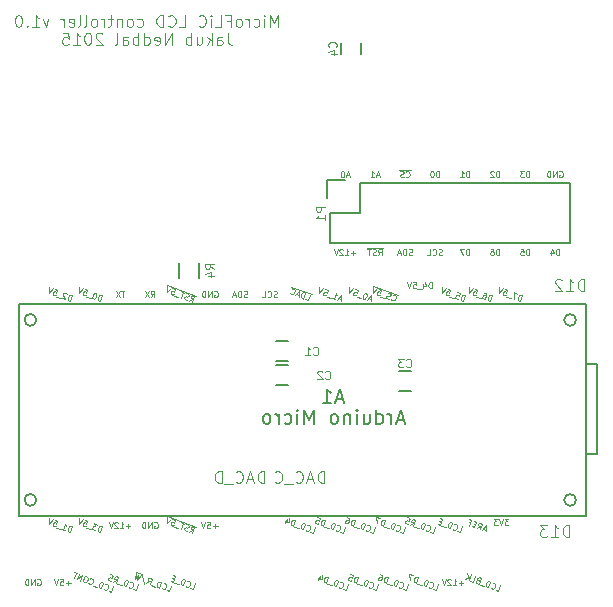
<source format=gbo>
G04 #@! TF.FileFunction,Legend,Bot*
%FSLAX46Y46*%
G04 Gerber Fmt 4.6, Leading zero omitted, Abs format (unit mm)*
G04 Created by KiCad (PCBNEW 4.0.1-3.201512221402+6198~38~ubuntu14.04.1-stable) date Wed 06 Jan 2016 15:47:40 GMT*
%MOMM*%
G01*
G04 APERTURE LIST*
%ADD10C,0.100000*%
%ADD11C,0.120000*%
%ADD12C,0.150000*%
%ADD13C,0.110000*%
G04 APERTURE END LIST*
D10*
X124825046Y-153904190D02*
X124515523Y-153904190D01*
X124682189Y-154094667D01*
X124610761Y-154094667D01*
X124563142Y-154118476D01*
X124539332Y-154142286D01*
X124515523Y-154189905D01*
X124515523Y-154308952D01*
X124539332Y-154356571D01*
X124563142Y-154380381D01*
X124610761Y-154404190D01*
X124753618Y-154404190D01*
X124801237Y-154380381D01*
X124825046Y-154356571D01*
X124372666Y-153904190D02*
X124205999Y-154404190D01*
X124039333Y-153904190D01*
X123920285Y-153904190D02*
X123610762Y-153904190D01*
X123777428Y-154094667D01*
X123706000Y-154094667D01*
X123658381Y-154118476D01*
X123634571Y-154142286D01*
X123610762Y-154189905D01*
X123610762Y-154308952D01*
X123634571Y-154356571D01*
X123658381Y-154380381D01*
X123706000Y-154404190D01*
X123848857Y-154404190D01*
X123896476Y-154380381D01*
X123920285Y-154356571D01*
X87741516Y-135432640D02*
X87912526Y-134962794D01*
X87800659Y-134922078D01*
X87725394Y-134920021D01*
X87664360Y-134948482D01*
X87625700Y-134985086D01*
X87570753Y-135066437D01*
X87546323Y-135133558D01*
X87536123Y-135231196D01*
X87542210Y-135284087D01*
X87570671Y-135345121D01*
X87629649Y-135391924D01*
X87741516Y-135432640D01*
X87448767Y-134844676D02*
X87434537Y-134814158D01*
X87397933Y-134775497D01*
X87286065Y-134734781D01*
X87233174Y-134740868D01*
X87202657Y-134755099D01*
X87163997Y-134791703D01*
X87147710Y-134836450D01*
X87145654Y-134911714D01*
X87316417Y-135277917D01*
X87025561Y-135172054D01*
X86919779Y-135184229D02*
X86561801Y-135053935D01*
X86413494Y-134417191D02*
X86637230Y-134498624D01*
X86578170Y-134730505D01*
X86563940Y-134699987D01*
X86527336Y-134661327D01*
X86415468Y-134620611D01*
X86362578Y-134626697D01*
X86332060Y-134640928D01*
X86293400Y-134677532D01*
X86252684Y-134789399D01*
X86258770Y-134842290D01*
X86273001Y-134872807D01*
X86309605Y-134911467D01*
X86421473Y-134952184D01*
X86474363Y-134946097D01*
X86504881Y-134931867D01*
X86256879Y-134360188D02*
X85929253Y-134773030D01*
X85943649Y-134246181D01*
X90281516Y-135432640D02*
X90452526Y-134962794D01*
X90340659Y-134922078D01*
X90265394Y-134920021D01*
X90204360Y-134948482D01*
X90165700Y-134985086D01*
X90110753Y-135066437D01*
X90086323Y-135133558D01*
X90076123Y-135231196D01*
X90082210Y-135284087D01*
X90110671Y-135345121D01*
X90169649Y-135391924D01*
X90281516Y-135432640D01*
X89893186Y-134759211D02*
X89848438Y-134742924D01*
X89795548Y-134749011D01*
X89765031Y-134763242D01*
X89726370Y-134799846D01*
X89671424Y-134881197D01*
X89630707Y-134993065D01*
X89620507Y-135090702D01*
X89626595Y-135143593D01*
X89640824Y-135174110D01*
X89677428Y-135212770D01*
X89722175Y-135229057D01*
X89775066Y-135222970D01*
X89805583Y-135208740D01*
X89844243Y-135172136D01*
X89899191Y-135090785D01*
X89939907Y-134978917D01*
X89950106Y-134881279D01*
X89944020Y-134828389D01*
X89929789Y-134797871D01*
X89893186Y-134759211D01*
X89459779Y-135184229D02*
X89101801Y-135053935D01*
X88953494Y-134417191D02*
X89177230Y-134498624D01*
X89118170Y-134730505D01*
X89103940Y-134699987D01*
X89067336Y-134661327D01*
X88955468Y-134620611D01*
X88902578Y-134626697D01*
X88872060Y-134640928D01*
X88833400Y-134677532D01*
X88792684Y-134789399D01*
X88798770Y-134842290D01*
X88813001Y-134872807D01*
X88849605Y-134911467D01*
X88961473Y-134952184D01*
X89014363Y-134946097D01*
X89044881Y-134931867D01*
X88796879Y-134360188D02*
X88469253Y-134773030D01*
X88483649Y-134246181D01*
X92328952Y-134600190D02*
X92043238Y-134600190D01*
X92186095Y-135100190D02*
X92186095Y-134600190D01*
X91924190Y-134600190D02*
X91590857Y-135100190D01*
X91590857Y-134600190D02*
X91924190Y-135100190D01*
X94571333Y-135100190D02*
X94738000Y-134862095D01*
X94857047Y-135100190D02*
X94857047Y-134600190D01*
X94666571Y-134600190D01*
X94618952Y-134624000D01*
X94595143Y-134647810D01*
X94571333Y-134695429D01*
X94571333Y-134766857D01*
X94595143Y-134814476D01*
X94618952Y-134838286D01*
X94666571Y-134862095D01*
X94857047Y-134862095D01*
X94404666Y-134600190D02*
X94071333Y-135100190D01*
X94071333Y-134600190D02*
X94404666Y-135100190D01*
X97812022Y-135400067D02*
X98050071Y-135233334D01*
X98080505Y-135497787D02*
X98251515Y-135027941D01*
X98072526Y-134962794D01*
X98019636Y-134968881D01*
X97989119Y-134983112D01*
X97950458Y-135019716D01*
X97926028Y-135086836D01*
X97932116Y-135139727D01*
X97946345Y-135170244D01*
X97982950Y-135208904D01*
X98161938Y-135274051D01*
X97641176Y-135312547D02*
X97565912Y-135310490D01*
X97454044Y-135269774D01*
X97417440Y-135231114D01*
X97403209Y-135200596D01*
X97397123Y-135147706D01*
X97413410Y-135102959D01*
X97452069Y-135066355D01*
X97482587Y-135052125D01*
X97535477Y-135046038D01*
X97633115Y-135056238D01*
X97686006Y-135050150D01*
X97716522Y-135035920D01*
X97755183Y-134999317D01*
X97771469Y-134954569D01*
X97765382Y-134901679D01*
X97751152Y-134871161D01*
X97714549Y-134832501D01*
X97602680Y-134791784D01*
X97527416Y-134789728D01*
X97401318Y-134718494D02*
X97132835Y-134620774D01*
X97096066Y-135139480D02*
X97267076Y-134669634D01*
X96900790Y-135119082D02*
X96542813Y-134988789D01*
X96394505Y-134352044D02*
X96618241Y-134433477D01*
X96559182Y-134665358D01*
X96544951Y-134634840D01*
X96508347Y-134596181D01*
X96396479Y-134555464D01*
X96343589Y-134561551D01*
X96313071Y-134575781D01*
X96274412Y-134612385D01*
X96233695Y-134724253D01*
X96239782Y-134777143D01*
X96254012Y-134807661D01*
X96290616Y-134846321D01*
X96402484Y-134887037D01*
X96455374Y-134880951D01*
X96485892Y-134866720D01*
X96237890Y-134295041D02*
X95910264Y-134707884D01*
X95924660Y-134181034D01*
X98392862Y-134987665D02*
X95909391Y-134083756D01*
X99948953Y-134624000D02*
X99996572Y-134600190D01*
X100068000Y-134600190D01*
X100139429Y-134624000D01*
X100187048Y-134671619D01*
X100210857Y-134719238D01*
X100234667Y-134814476D01*
X100234667Y-134885905D01*
X100210857Y-134981143D01*
X100187048Y-135028762D01*
X100139429Y-135076381D01*
X100068000Y-135100190D01*
X100020381Y-135100190D01*
X99948953Y-135076381D01*
X99925143Y-135052571D01*
X99925143Y-134885905D01*
X100020381Y-134885905D01*
X99710857Y-135100190D02*
X99710857Y-134600190D01*
X99425143Y-135100190D01*
X99425143Y-134600190D01*
X99187047Y-135100190D02*
X99187047Y-134600190D01*
X99068000Y-134600190D01*
X98996571Y-134624000D01*
X98948952Y-134671619D01*
X98925143Y-134719238D01*
X98901333Y-134814476D01*
X98901333Y-134885905D01*
X98925143Y-134981143D01*
X98948952Y-135028762D01*
X98996571Y-135076381D01*
X99068000Y-135100190D01*
X99187047Y-135100190D01*
X102715142Y-135076381D02*
X102643713Y-135100190D01*
X102524666Y-135100190D01*
X102477047Y-135076381D01*
X102453237Y-135052571D01*
X102429428Y-135004952D01*
X102429428Y-134957333D01*
X102453237Y-134909714D01*
X102477047Y-134885905D01*
X102524666Y-134862095D01*
X102619904Y-134838286D01*
X102667523Y-134814476D01*
X102691332Y-134790667D01*
X102715142Y-134743048D01*
X102715142Y-134695429D01*
X102691332Y-134647810D01*
X102667523Y-134624000D01*
X102619904Y-134600190D01*
X102500856Y-134600190D01*
X102429428Y-134624000D01*
X102215142Y-135100190D02*
X102215142Y-134600190D01*
X102096095Y-134600190D01*
X102024666Y-134624000D01*
X101977047Y-134671619D01*
X101953238Y-134719238D01*
X101929428Y-134814476D01*
X101929428Y-134885905D01*
X101953238Y-134981143D01*
X101977047Y-135028762D01*
X102024666Y-135076381D01*
X102096095Y-135100190D01*
X102215142Y-135100190D01*
X101738952Y-134957333D02*
X101500857Y-134957333D01*
X101786571Y-135100190D02*
X101619904Y-134600190D01*
X101453238Y-135100190D01*
X107636418Y-135277917D02*
X107860154Y-135359350D01*
X108031164Y-134889504D01*
X107479802Y-135220914D02*
X107650812Y-134751067D01*
X107538945Y-134710351D01*
X107463680Y-134708295D01*
X107402646Y-134736755D01*
X107363986Y-134773360D01*
X107309039Y-134854710D01*
X107284609Y-134921832D01*
X107274410Y-135019470D01*
X107280496Y-135072360D01*
X107308957Y-135133394D01*
X107367935Y-135180197D01*
X107479802Y-135220914D01*
X107081190Y-134923805D02*
X106857454Y-134842372D01*
X107077077Y-135074334D02*
X107091472Y-134547484D01*
X106763847Y-134960327D01*
X106355034Y-134760857D02*
X106369265Y-134791374D01*
X106428242Y-134838177D01*
X106472989Y-134854464D01*
X106548254Y-134856521D01*
X106609288Y-134828060D01*
X106647948Y-134791456D01*
X106702895Y-134710105D01*
X106727325Y-134642984D01*
X106737524Y-134545346D01*
X106731438Y-134492456D01*
X106702977Y-134431422D01*
X106643999Y-134384617D01*
X106599252Y-134368331D01*
X106523988Y-134366275D01*
X106493471Y-134380506D01*
X108172512Y-134849229D02*
X106449742Y-134222192D01*
X110639190Y-135294327D02*
X110415454Y-135212894D01*
X110635077Y-135444856D02*
X110649472Y-134918006D01*
X110321847Y-135330849D01*
X109919122Y-135184269D02*
X110187605Y-135281989D01*
X110053363Y-135233129D02*
X110224374Y-134763283D01*
X110244691Y-134846691D01*
X110273151Y-134907725D01*
X110309755Y-134946385D01*
X109813340Y-135196444D02*
X109455363Y-135066151D01*
X109307055Y-134429406D02*
X109530791Y-134510839D01*
X109471732Y-134742720D01*
X109457501Y-134712202D01*
X109420897Y-134673542D01*
X109309029Y-134632826D01*
X109256139Y-134638913D01*
X109225621Y-134653143D01*
X109186962Y-134689747D01*
X109146245Y-134801615D01*
X109152332Y-134854505D01*
X109166562Y-134885023D01*
X109203166Y-134923683D01*
X109315034Y-134964399D01*
X109367924Y-134958312D01*
X109398442Y-134944082D01*
X109150440Y-134372403D02*
X108822814Y-134785246D01*
X108837210Y-134258396D01*
X113179190Y-135294327D02*
X112955454Y-135212894D01*
X113175077Y-135444856D02*
X113189472Y-134918006D01*
X112861847Y-135330849D01*
X112786747Y-134771426D02*
X112741999Y-134755139D01*
X112689109Y-134761227D01*
X112658592Y-134775458D01*
X112619931Y-134812061D01*
X112564985Y-134893413D01*
X112524268Y-135005280D01*
X112514068Y-135102918D01*
X112520156Y-135155808D01*
X112534385Y-135186326D01*
X112570989Y-135224985D01*
X112615737Y-135241272D01*
X112668627Y-135235186D01*
X112699145Y-135220955D01*
X112737804Y-135184351D01*
X112792752Y-135103000D01*
X112833468Y-134991132D01*
X112843667Y-134893495D01*
X112837581Y-134840604D01*
X112823350Y-134810087D01*
X112786747Y-134771426D01*
X112353340Y-135196444D02*
X111995363Y-135066151D01*
X111847055Y-134429406D02*
X112070791Y-134510839D01*
X112011732Y-134742720D01*
X111997501Y-134712202D01*
X111960897Y-134673542D01*
X111849029Y-134632826D01*
X111796139Y-134638913D01*
X111765621Y-134653143D01*
X111726962Y-134689747D01*
X111686245Y-134801615D01*
X111692332Y-134854505D01*
X111706562Y-134885023D01*
X111743166Y-134923683D01*
X111855034Y-134964399D01*
X111907924Y-134958312D01*
X111938442Y-134944082D01*
X111690440Y-134372403D02*
X111362814Y-134785246D01*
X111377210Y-134258396D01*
X114921320Y-135290173D02*
X114935550Y-135320691D01*
X114994527Y-135367494D01*
X115039275Y-135383780D01*
X115114539Y-135385837D01*
X115175573Y-135357377D01*
X115214233Y-135320773D01*
X115269180Y-135239422D01*
X115293610Y-135172300D01*
X115303810Y-135074662D01*
X115297723Y-135021772D01*
X115269262Y-134960738D01*
X115210285Y-134913934D01*
X115165537Y-134897647D01*
X115090274Y-134895592D01*
X115059756Y-134909822D01*
X114734187Y-135247401D02*
X114658923Y-135245344D01*
X114547055Y-135204627D01*
X114510451Y-135165967D01*
X114496220Y-135135450D01*
X114490134Y-135082559D01*
X114506421Y-135037812D01*
X114545080Y-135001208D01*
X114575598Y-134986978D01*
X114628488Y-134980891D01*
X114726126Y-134991091D01*
X114779017Y-134985004D01*
X114809533Y-134970774D01*
X114848194Y-134934170D01*
X114864480Y-134889423D01*
X114858393Y-134836532D01*
X114844163Y-134806015D01*
X114807560Y-134767354D01*
X114695691Y-134726637D01*
X114620427Y-134724582D01*
X114351779Y-135184229D02*
X113993801Y-135053935D01*
X113845494Y-134417191D02*
X114069230Y-134498624D01*
X114010170Y-134730505D01*
X113995940Y-134699987D01*
X113959336Y-134661327D01*
X113847468Y-134620611D01*
X113794578Y-134626697D01*
X113764060Y-134640928D01*
X113725400Y-134677532D01*
X113684684Y-134789399D01*
X113690770Y-134842290D01*
X113705001Y-134872807D01*
X113741605Y-134911467D01*
X113853473Y-134952184D01*
X113906363Y-134946097D01*
X113936881Y-134931867D01*
X113688879Y-134360188D02*
X113361253Y-134773030D01*
X113375649Y-134246181D01*
X115485874Y-134922519D02*
X113360380Y-134148902D01*
X118359903Y-134338190D02*
X118359903Y-133838190D01*
X118240856Y-133838190D01*
X118169427Y-133862000D01*
X118121808Y-133909619D01*
X118097999Y-133957238D01*
X118074189Y-134052476D01*
X118074189Y-134123905D01*
X118097999Y-134219143D01*
X118121808Y-134266762D01*
X118169427Y-134314381D01*
X118240856Y-134338190D01*
X118359903Y-134338190D01*
X117645618Y-134004857D02*
X117645618Y-134338190D01*
X117764665Y-133814381D02*
X117883713Y-134171524D01*
X117574189Y-134171524D01*
X117502761Y-134385810D02*
X117121809Y-134385810D01*
X116764666Y-133838190D02*
X117002761Y-133838190D01*
X117026571Y-134076286D01*
X117002761Y-134052476D01*
X116955142Y-134028667D01*
X116836095Y-134028667D01*
X116788476Y-134052476D01*
X116764666Y-134076286D01*
X116740857Y-134123905D01*
X116740857Y-134242952D01*
X116764666Y-134290571D01*
X116788476Y-134314381D01*
X116836095Y-134338190D01*
X116955142Y-134338190D01*
X117002761Y-134314381D01*
X117026571Y-134290571D01*
X116598000Y-133838190D02*
X116431333Y-134338190D01*
X116264667Y-133838190D01*
X121015516Y-135432640D02*
X121186526Y-134962794D01*
X121074659Y-134922078D01*
X120999394Y-134920021D01*
X120938360Y-134948482D01*
X120899700Y-134985086D01*
X120844753Y-135066437D01*
X120820323Y-135133558D01*
X120810123Y-135231196D01*
X120816210Y-135284087D01*
X120844671Y-135345121D01*
X120903649Y-135391924D01*
X121015516Y-135432640D01*
X120492944Y-134710351D02*
X120716680Y-134791784D01*
X120657620Y-135023664D01*
X120643390Y-134993147D01*
X120606786Y-134954487D01*
X120494918Y-134913771D01*
X120442028Y-134919857D01*
X120411510Y-134934088D01*
X120372850Y-134970692D01*
X120332134Y-135082559D01*
X120338220Y-135135450D01*
X120352451Y-135165967D01*
X120389055Y-135204627D01*
X120500923Y-135245344D01*
X120553813Y-135239257D01*
X120584331Y-135225026D01*
X120193779Y-135184229D02*
X119835801Y-135053935D01*
X119687494Y-134417191D02*
X119911230Y-134498624D01*
X119852170Y-134730505D01*
X119837940Y-134699987D01*
X119801336Y-134661327D01*
X119689468Y-134620611D01*
X119636578Y-134626697D01*
X119606060Y-134640928D01*
X119567400Y-134677532D01*
X119526684Y-134789399D01*
X119532770Y-134842290D01*
X119547001Y-134872807D01*
X119583605Y-134911467D01*
X119695473Y-134952184D01*
X119748363Y-134946097D01*
X119778881Y-134931867D01*
X119530879Y-134360188D02*
X119203253Y-134773030D01*
X119217649Y-134246181D01*
X123301516Y-135432640D02*
X123472526Y-134962794D01*
X123360659Y-134922078D01*
X123285394Y-134920021D01*
X123224360Y-134948482D01*
X123185700Y-134985086D01*
X123130753Y-135066437D01*
X123106323Y-135133558D01*
X123096123Y-135231196D01*
X123102210Y-135284087D01*
X123130671Y-135345121D01*
X123189649Y-135391924D01*
X123301516Y-135432640D01*
X122801318Y-134718494D02*
X122890812Y-134751067D01*
X122927416Y-134789728D01*
X122941646Y-134820245D01*
X122961963Y-134903652D01*
X122951764Y-135001290D01*
X122886617Y-135180279D01*
X122847957Y-135216883D01*
X122817440Y-135231114D01*
X122764550Y-135237200D01*
X122675055Y-135204627D01*
X122638451Y-135165967D01*
X122624220Y-135135450D01*
X122618134Y-135082559D01*
X122658850Y-134970692D01*
X122697510Y-134934088D01*
X122728028Y-134919857D01*
X122780918Y-134913771D01*
X122870413Y-134946344D01*
X122907017Y-134985004D01*
X122921246Y-135015521D01*
X122927334Y-135068412D01*
X122479779Y-135184229D02*
X122121801Y-135053935D01*
X121973494Y-134417191D02*
X122197230Y-134498624D01*
X122138170Y-134730505D01*
X122123940Y-134699987D01*
X122087336Y-134661327D01*
X121975468Y-134620611D01*
X121922578Y-134626697D01*
X121892060Y-134640928D01*
X121853400Y-134677532D01*
X121812684Y-134789399D01*
X121818770Y-134842290D01*
X121833001Y-134872807D01*
X121869605Y-134911467D01*
X121981473Y-134952184D01*
X122034363Y-134946097D01*
X122064881Y-134931867D01*
X121816879Y-134360188D02*
X121489253Y-134773030D01*
X121503649Y-134246181D01*
X125841516Y-135432640D02*
X126012526Y-134962794D01*
X125900659Y-134922078D01*
X125825394Y-134920021D01*
X125764360Y-134948482D01*
X125725700Y-134985086D01*
X125670753Y-135066437D01*
X125646323Y-135133558D01*
X125636123Y-135231196D01*
X125642210Y-135284087D01*
X125670671Y-135345121D01*
X125729649Y-135391924D01*
X125841516Y-135432640D01*
X125587427Y-134808071D02*
X125274197Y-134694064D01*
X125304550Y-135237200D01*
X125019779Y-135184229D02*
X124661801Y-135053935D01*
X124513494Y-134417191D02*
X124737230Y-134498624D01*
X124678170Y-134730505D01*
X124663940Y-134699987D01*
X124627336Y-134661327D01*
X124515468Y-134620611D01*
X124462578Y-134626697D01*
X124432060Y-134640928D01*
X124393400Y-134677532D01*
X124352684Y-134789399D01*
X124358770Y-134842290D01*
X124373001Y-134872807D01*
X124409605Y-134911467D01*
X124521473Y-134952184D01*
X124574363Y-134946097D01*
X124604881Y-134931867D01*
X124356879Y-134360188D02*
X124029253Y-134773030D01*
X124043649Y-134246181D01*
X105243238Y-135076381D02*
X105171809Y-135100190D01*
X105052762Y-135100190D01*
X105005143Y-135076381D01*
X104981333Y-135052571D01*
X104957524Y-135004952D01*
X104957524Y-134957333D01*
X104981333Y-134909714D01*
X105005143Y-134885905D01*
X105052762Y-134862095D01*
X105148000Y-134838286D01*
X105195619Y-134814476D01*
X105219428Y-134790667D01*
X105243238Y-134743048D01*
X105243238Y-134695429D01*
X105219428Y-134647810D01*
X105195619Y-134624000D01*
X105148000Y-134600190D01*
X105028952Y-134600190D01*
X104957524Y-134624000D01*
X104457524Y-135052571D02*
X104481334Y-135076381D01*
X104552762Y-135100190D01*
X104600381Y-135100190D01*
X104671810Y-135076381D01*
X104719429Y-135028762D01*
X104743238Y-134981143D01*
X104767048Y-134885905D01*
X104767048Y-134814476D01*
X104743238Y-134719238D01*
X104719429Y-134671619D01*
X104671810Y-134624000D01*
X104600381Y-134600190D01*
X104552762Y-134600190D01*
X104481334Y-134624000D01*
X104457524Y-134647810D01*
X104005143Y-135100190D02*
X104243238Y-135100190D01*
X104243238Y-134600190D01*
X122906201Y-154787181D02*
X122682465Y-154705747D01*
X122902088Y-154937709D02*
X122916483Y-154410859D01*
X122588858Y-154823702D01*
X122163759Y-154668979D02*
X122401808Y-154502246D01*
X122432242Y-154766699D02*
X122603252Y-154296853D01*
X122424263Y-154231706D01*
X122371373Y-154237793D01*
X122340856Y-154252024D01*
X122302195Y-154288628D01*
X122277765Y-154355748D01*
X122283853Y-154408639D01*
X122298082Y-154439156D01*
X122334687Y-154477816D01*
X122513675Y-154542963D01*
X122051972Y-154349580D02*
X121895357Y-154292576D01*
X121738660Y-154514255D02*
X121962396Y-154595689D01*
X122133406Y-154125842D01*
X121909670Y-154044409D01*
X121470258Y-154137853D02*
X121626873Y-154194856D01*
X121537297Y-154440965D02*
X121708307Y-153971119D01*
X121484571Y-153889686D01*
X120526594Y-154905136D02*
X120750330Y-154986569D01*
X120921340Y-154516723D01*
X120117782Y-154705665D02*
X120132012Y-154736183D01*
X120190989Y-154782985D01*
X120235737Y-154799272D01*
X120311001Y-154801329D01*
X120372035Y-154772869D01*
X120410695Y-154736265D01*
X120465642Y-154654914D01*
X120490072Y-154587792D01*
X120500272Y-154490154D01*
X120494185Y-154437264D01*
X120465724Y-154376230D01*
X120406747Y-154329426D01*
X120361999Y-154313139D01*
X120286736Y-154311083D01*
X120256218Y-154325314D01*
X119900132Y-154677122D02*
X120071142Y-154207276D01*
X119959274Y-154166559D01*
X119884010Y-154164503D01*
X119822976Y-154192964D01*
X119784316Y-154229568D01*
X119729369Y-154310919D01*
X119704938Y-154378040D01*
X119694739Y-154475678D01*
X119700826Y-154528568D01*
X119729286Y-154589602D01*
X119788264Y-154636406D01*
X119900132Y-154677122D01*
X119525867Y-154591577D02*
X119167889Y-154461284D01*
X119161884Y-154129709D02*
X119005270Y-154072706D01*
X118848572Y-154294385D02*
X119072308Y-154375819D01*
X119243318Y-153905972D01*
X119019582Y-153824539D01*
X118232704Y-154994712D02*
X118456440Y-155076146D01*
X118627450Y-154606299D01*
X117823892Y-154795242D02*
X117838122Y-154825759D01*
X117897100Y-154872562D01*
X117941847Y-154888849D01*
X118017111Y-154890906D01*
X118078145Y-154862445D01*
X118116805Y-154825841D01*
X118171752Y-154744490D01*
X118196183Y-154677369D01*
X118206382Y-154579731D01*
X118200295Y-154526841D01*
X118171835Y-154465807D01*
X118112857Y-154419003D01*
X118068110Y-154402716D01*
X117992846Y-154400660D01*
X117962328Y-154414891D01*
X117606242Y-154766699D02*
X117777252Y-154296853D01*
X117665385Y-154256136D01*
X117590120Y-154254080D01*
X117529086Y-154282541D01*
X117490426Y-154319145D01*
X117435479Y-154400496D01*
X117411049Y-154467617D01*
X117400849Y-154565255D01*
X117406936Y-154618145D01*
X117435396Y-154679179D01*
X117494375Y-154725982D01*
X117606242Y-154766699D01*
X117231977Y-154681154D02*
X116874000Y-154550860D01*
X116509935Y-154367676D02*
X116747984Y-154200943D01*
X116778418Y-154465396D02*
X116949428Y-153995549D01*
X116770439Y-153930403D01*
X116717549Y-153936490D01*
X116687032Y-153950721D01*
X116648371Y-153987325D01*
X116623941Y-154054445D01*
X116630029Y-154107336D01*
X116644258Y-154137853D01*
X116680862Y-154176513D01*
X116859851Y-154241659D01*
X116339089Y-154280156D02*
X116263825Y-154278099D01*
X116151957Y-154237382D01*
X116115353Y-154198723D01*
X116101122Y-154168205D01*
X116095036Y-154115315D01*
X116111322Y-154070567D01*
X116149982Y-154033963D01*
X116180500Y-154019734D01*
X116233390Y-154013646D01*
X116331028Y-154023846D01*
X116383919Y-154017759D01*
X116414435Y-154003529D01*
X116453096Y-153966925D01*
X116469382Y-153922178D01*
X116463295Y-153869287D01*
X116449065Y-153838770D01*
X116412461Y-153800109D01*
X116300593Y-153759392D01*
X116225329Y-153757337D01*
X115692704Y-154994712D02*
X115916440Y-155076146D01*
X116087450Y-154606299D01*
X115283892Y-154795242D02*
X115298122Y-154825759D01*
X115357100Y-154872562D01*
X115401847Y-154888849D01*
X115477111Y-154890906D01*
X115538145Y-154862445D01*
X115576805Y-154825841D01*
X115631752Y-154744490D01*
X115656183Y-154677369D01*
X115666382Y-154579731D01*
X115660295Y-154526841D01*
X115631835Y-154465807D01*
X115572857Y-154419003D01*
X115528110Y-154402716D01*
X115452846Y-154400660D01*
X115422328Y-154414891D01*
X115066242Y-154766699D02*
X115237252Y-154296853D01*
X115125385Y-154256136D01*
X115050120Y-154254080D01*
X114989086Y-154282541D01*
X114950426Y-154319145D01*
X114895479Y-154400496D01*
X114871049Y-154467617D01*
X114860849Y-154565255D01*
X114866936Y-154618145D01*
X114895396Y-154679179D01*
X114954375Y-154725982D01*
X115066242Y-154766699D01*
X114691977Y-154681154D02*
X114334000Y-154550860D01*
X114238418Y-154465396D02*
X114409428Y-153995549D01*
X114297561Y-153954833D01*
X114222296Y-153952777D01*
X114161262Y-153981237D01*
X114122602Y-154017841D01*
X114067655Y-154099192D01*
X114043225Y-154166314D01*
X114033025Y-154263951D01*
X114039112Y-154316842D01*
X114067572Y-154377876D01*
X114126550Y-154424679D01*
X114238418Y-154465396D01*
X113984329Y-153840826D02*
X113671098Y-153726819D01*
X113701451Y-154269956D01*
X113152704Y-154994712D02*
X113376440Y-155076146D01*
X113547450Y-154606299D01*
X112743892Y-154795242D02*
X112758122Y-154825759D01*
X112817100Y-154872562D01*
X112861847Y-154888849D01*
X112937111Y-154890906D01*
X112998145Y-154862445D01*
X113036805Y-154825841D01*
X113091752Y-154744490D01*
X113116183Y-154677369D01*
X113126382Y-154579731D01*
X113120295Y-154526841D01*
X113091835Y-154465807D01*
X113032857Y-154419003D01*
X112988110Y-154402716D01*
X112912846Y-154400660D01*
X112882328Y-154414891D01*
X112526242Y-154766699D02*
X112697252Y-154296853D01*
X112585385Y-154256136D01*
X112510120Y-154254080D01*
X112449086Y-154282541D01*
X112410426Y-154319145D01*
X112355479Y-154400496D01*
X112331049Y-154467617D01*
X112320849Y-154565255D01*
X112326936Y-154618145D01*
X112355396Y-154679179D01*
X112414375Y-154725982D01*
X112526242Y-154766699D01*
X112151977Y-154681154D02*
X111794000Y-154550860D01*
X111698418Y-154465396D02*
X111869428Y-153995549D01*
X111757561Y-153954833D01*
X111682296Y-153952777D01*
X111621262Y-153981237D01*
X111582602Y-154017841D01*
X111527655Y-154099192D01*
X111503225Y-154166314D01*
X111493025Y-154263951D01*
X111499112Y-154316842D01*
X111527572Y-154377876D01*
X111586550Y-154424679D01*
X111698418Y-154465396D01*
X111198220Y-153751249D02*
X111287714Y-153783823D01*
X111324318Y-153822483D01*
X111338548Y-153853001D01*
X111358865Y-153936408D01*
X111348666Y-154034046D01*
X111283519Y-154213034D01*
X111244858Y-154249638D01*
X111214342Y-154263869D01*
X111161451Y-154269956D01*
X111071957Y-154237382D01*
X111035353Y-154198723D01*
X111021122Y-154168205D01*
X111015036Y-154115315D01*
X111055752Y-154003447D01*
X111094412Y-153966843D01*
X111124930Y-153952612D01*
X111177820Y-153946526D01*
X111267314Y-153979099D01*
X111303919Y-154017759D01*
X111318148Y-154048276D01*
X111324236Y-154101167D01*
X110612704Y-154994712D02*
X110836440Y-155076146D01*
X111007450Y-154606299D01*
X110203892Y-154795242D02*
X110218122Y-154825759D01*
X110277100Y-154872562D01*
X110321847Y-154888849D01*
X110397111Y-154890906D01*
X110458145Y-154862445D01*
X110496805Y-154825841D01*
X110551752Y-154744490D01*
X110576183Y-154677369D01*
X110586382Y-154579731D01*
X110580295Y-154526841D01*
X110551835Y-154465807D01*
X110492857Y-154419003D01*
X110448110Y-154402716D01*
X110372846Y-154400660D01*
X110342328Y-154414891D01*
X109986242Y-154766699D02*
X110157252Y-154296853D01*
X110045385Y-154256136D01*
X109970120Y-154254080D01*
X109909086Y-154282541D01*
X109870426Y-154319145D01*
X109815479Y-154400496D01*
X109791049Y-154467617D01*
X109780849Y-154565255D01*
X109786936Y-154618145D01*
X109815396Y-154679179D01*
X109874375Y-154725982D01*
X109986242Y-154766699D01*
X109611977Y-154681154D02*
X109254000Y-154550860D01*
X109158418Y-154465396D02*
X109329428Y-153995549D01*
X109217561Y-153954833D01*
X109142296Y-153952777D01*
X109081262Y-153981237D01*
X109042602Y-154017841D01*
X108987655Y-154099192D01*
X108963225Y-154166314D01*
X108953025Y-154263951D01*
X108959112Y-154316842D01*
X108987572Y-154377876D01*
X109046550Y-154424679D01*
X109158418Y-154465396D01*
X108635846Y-153743106D02*
X108859582Y-153824539D01*
X108800522Y-154056420D01*
X108786292Y-154025902D01*
X108749688Y-153987242D01*
X108637820Y-153946526D01*
X108584930Y-153952612D01*
X108554412Y-153966843D01*
X108515752Y-154003447D01*
X108475036Y-154115315D01*
X108481122Y-154168205D01*
X108495353Y-154198723D01*
X108531957Y-154237382D01*
X108643825Y-154278099D01*
X108696715Y-154272012D01*
X108727233Y-154257782D01*
X108072704Y-154994712D02*
X108296440Y-155076146D01*
X108467450Y-154606299D01*
X107663892Y-154795242D02*
X107678122Y-154825759D01*
X107737100Y-154872562D01*
X107781847Y-154888849D01*
X107857111Y-154890906D01*
X107918145Y-154862445D01*
X107956805Y-154825841D01*
X108011752Y-154744490D01*
X108036183Y-154677369D01*
X108046382Y-154579731D01*
X108040295Y-154526841D01*
X108011835Y-154465807D01*
X107952857Y-154419003D01*
X107908110Y-154402716D01*
X107832846Y-154400660D01*
X107802328Y-154414891D01*
X107446242Y-154766699D02*
X107617252Y-154296853D01*
X107505385Y-154256136D01*
X107430120Y-154254080D01*
X107369086Y-154282541D01*
X107330426Y-154319145D01*
X107275479Y-154400496D01*
X107251049Y-154467617D01*
X107240849Y-154565255D01*
X107246936Y-154618145D01*
X107275396Y-154679179D01*
X107334375Y-154725982D01*
X107446242Y-154766699D01*
X107071977Y-154681154D02*
X106714000Y-154550860D01*
X106618418Y-154465396D02*
X106789428Y-153995549D01*
X106677561Y-153954833D01*
X106602296Y-153952777D01*
X106541262Y-153981237D01*
X106502602Y-154017841D01*
X106447655Y-154099192D01*
X106423225Y-154166314D01*
X106413025Y-154263951D01*
X106419112Y-154316842D01*
X106447572Y-154377876D01*
X106506550Y-154424679D01*
X106618418Y-154465396D01*
X106061216Y-153907865D02*
X105947210Y-154221096D01*
X106238231Y-153769593D02*
X106227949Y-154145914D01*
X105937092Y-154040051D01*
X100210856Y-154467714D02*
X99829904Y-154467714D01*
X100020380Y-154658190D02*
X100020380Y-154277238D01*
X99353713Y-154158190D02*
X99591808Y-154158190D01*
X99615618Y-154396286D01*
X99591808Y-154372476D01*
X99544189Y-154348667D01*
X99425142Y-154348667D01*
X99377523Y-154372476D01*
X99353713Y-154396286D01*
X99329904Y-154443905D01*
X99329904Y-154562952D01*
X99353713Y-154610571D01*
X99377523Y-154634381D01*
X99425142Y-154658190D01*
X99544189Y-154658190D01*
X99591808Y-154634381D01*
X99615618Y-154610571D01*
X99187047Y-154158190D02*
X99020380Y-154658190D01*
X98853714Y-154158190D01*
X97812022Y-154958067D02*
X98050071Y-154791334D01*
X98080505Y-155055787D02*
X98251515Y-154585941D01*
X98072526Y-154520794D01*
X98019636Y-154526881D01*
X97989119Y-154541112D01*
X97950458Y-154577716D01*
X97926028Y-154644836D01*
X97932116Y-154697727D01*
X97946345Y-154728244D01*
X97982950Y-154766904D01*
X98161938Y-154832051D01*
X97641176Y-154870547D02*
X97565912Y-154868490D01*
X97454044Y-154827774D01*
X97417440Y-154789114D01*
X97403209Y-154758596D01*
X97397123Y-154705706D01*
X97413410Y-154660959D01*
X97452069Y-154624355D01*
X97482587Y-154610125D01*
X97535477Y-154604038D01*
X97633115Y-154614238D01*
X97686006Y-154608150D01*
X97716522Y-154593920D01*
X97755183Y-154557317D01*
X97771469Y-154512569D01*
X97765382Y-154459679D01*
X97751152Y-154429161D01*
X97714549Y-154390501D01*
X97602680Y-154349784D01*
X97527416Y-154347728D01*
X97401318Y-154276494D02*
X97132835Y-154178774D01*
X97096066Y-154697480D02*
X97267076Y-154227634D01*
X96900790Y-154677082D02*
X96542813Y-154546789D01*
X96394505Y-153910044D02*
X96618241Y-153991477D01*
X96559182Y-154223358D01*
X96544951Y-154192840D01*
X96508347Y-154154181D01*
X96396479Y-154113464D01*
X96343589Y-154119551D01*
X96313071Y-154133781D01*
X96274412Y-154170385D01*
X96233695Y-154282253D01*
X96239782Y-154335143D01*
X96254012Y-154365661D01*
X96290616Y-154404321D01*
X96402484Y-154445037D01*
X96455374Y-154438951D01*
X96485892Y-154424720D01*
X96237890Y-153853041D02*
X95910264Y-154265884D01*
X95924660Y-153739034D01*
X98392862Y-154545665D02*
X95909391Y-153641756D01*
X94868953Y-154182000D02*
X94916572Y-154158190D01*
X94988000Y-154158190D01*
X95059429Y-154182000D01*
X95107048Y-154229619D01*
X95130857Y-154277238D01*
X95154667Y-154372476D01*
X95154667Y-154443905D01*
X95130857Y-154539143D01*
X95107048Y-154586762D01*
X95059429Y-154634381D01*
X94988000Y-154658190D01*
X94940381Y-154658190D01*
X94868953Y-154634381D01*
X94845143Y-154610571D01*
X94845143Y-154443905D01*
X94940381Y-154443905D01*
X94630857Y-154658190D02*
X94630857Y-154158190D01*
X94345143Y-154658190D01*
X94345143Y-154158190D01*
X94107047Y-154658190D02*
X94107047Y-154158190D01*
X93988000Y-154158190D01*
X93916571Y-154182000D01*
X93868952Y-154229619D01*
X93845143Y-154277238D01*
X93821333Y-154372476D01*
X93821333Y-154443905D01*
X93845143Y-154539143D01*
X93868952Y-154586762D01*
X93916571Y-154634381D01*
X93988000Y-154658190D01*
X94107047Y-154658190D01*
X92828951Y-154467714D02*
X92447999Y-154467714D01*
X92638475Y-154658190D02*
X92638475Y-154277238D01*
X91947999Y-154658190D02*
X92233713Y-154658190D01*
X92090856Y-154658190D02*
X92090856Y-154158190D01*
X92138475Y-154229619D01*
X92186094Y-154277238D01*
X92233713Y-154301048D01*
X91757523Y-154205810D02*
X91733713Y-154182000D01*
X91686094Y-154158190D01*
X91567047Y-154158190D01*
X91519428Y-154182000D01*
X91495618Y-154205810D01*
X91471809Y-154253429D01*
X91471809Y-154301048D01*
X91495618Y-154372476D01*
X91781332Y-154658190D01*
X91471809Y-154658190D01*
X91328952Y-154158190D02*
X91162285Y-154658190D01*
X90995619Y-154158190D01*
X90281516Y-154990640D02*
X90452526Y-154520794D01*
X90340659Y-154480078D01*
X90265394Y-154478021D01*
X90204360Y-154506482D01*
X90165700Y-154543086D01*
X90110753Y-154624437D01*
X90086323Y-154691558D01*
X90076123Y-154789196D01*
X90082210Y-154842087D01*
X90110671Y-154903121D01*
X90169649Y-154949924D01*
X90281516Y-154990640D01*
X90027427Y-154366071D02*
X89736571Y-154260207D01*
X89828039Y-154496200D01*
X89760918Y-154471771D01*
X89708028Y-154477857D01*
X89677510Y-154492088D01*
X89638850Y-154528692D01*
X89598134Y-154640559D01*
X89604220Y-154693450D01*
X89618451Y-154723967D01*
X89655055Y-154762627D01*
X89789297Y-154811487D01*
X89842187Y-154805401D01*
X89872704Y-154791170D01*
X89459779Y-154742229D02*
X89101801Y-154611935D01*
X88953494Y-153975191D02*
X89177230Y-154056624D01*
X89118170Y-154288505D01*
X89103940Y-154257987D01*
X89067336Y-154219327D01*
X88955468Y-154178611D01*
X88902578Y-154184697D01*
X88872060Y-154198928D01*
X88833400Y-154235532D01*
X88792684Y-154347399D01*
X88798770Y-154400290D01*
X88813001Y-154430807D01*
X88849605Y-154469467D01*
X88961473Y-154510184D01*
X89014363Y-154504097D01*
X89044881Y-154489867D01*
X88796879Y-153918188D02*
X88469253Y-154331030D01*
X88483649Y-153804181D01*
X87741516Y-154990640D02*
X87912526Y-154520794D01*
X87800659Y-154480078D01*
X87725394Y-154478021D01*
X87664360Y-154506482D01*
X87625700Y-154543086D01*
X87570753Y-154624437D01*
X87546323Y-154691558D01*
X87536123Y-154789196D01*
X87542210Y-154842087D01*
X87570671Y-154903121D01*
X87629649Y-154949924D01*
X87741516Y-154990640D01*
X87025561Y-154730054D02*
X87294044Y-154827774D01*
X87159802Y-154778914D02*
X87330812Y-154309067D01*
X87351129Y-154392475D01*
X87379590Y-154453509D01*
X87416194Y-154492170D01*
X86919779Y-154742229D02*
X86561801Y-154611935D01*
X86413494Y-153975191D02*
X86637230Y-154056624D01*
X86578170Y-154288505D01*
X86563940Y-154257987D01*
X86527336Y-154219327D01*
X86415468Y-154178611D01*
X86362578Y-154184697D01*
X86332060Y-154198928D01*
X86293400Y-154235532D01*
X86252684Y-154347399D01*
X86258770Y-154400290D01*
X86273001Y-154430807D01*
X86309605Y-154469467D01*
X86421473Y-154510184D01*
X86474363Y-154504097D01*
X86504881Y-154489867D01*
X86256879Y-153918188D02*
X85929253Y-154331030D01*
X85943649Y-153804181D01*
X111878951Y-131353714D02*
X111497999Y-131353714D01*
X111688475Y-131544190D02*
X111688475Y-131163238D01*
X110997999Y-131544190D02*
X111283713Y-131544190D01*
X111140856Y-131544190D02*
X111140856Y-131044190D01*
X111188475Y-131115619D01*
X111236094Y-131163238D01*
X111283713Y-131187048D01*
X110807523Y-131091810D02*
X110783713Y-131068000D01*
X110736094Y-131044190D01*
X110617047Y-131044190D01*
X110569428Y-131068000D01*
X110545618Y-131091810D01*
X110521809Y-131139429D01*
X110521809Y-131187048D01*
X110545618Y-131258476D01*
X110831332Y-131544190D01*
X110521809Y-131544190D01*
X110378952Y-131044190D02*
X110212285Y-131544190D01*
X110045619Y-131044190D01*
X113811809Y-131544190D02*
X113978476Y-131306095D01*
X114097523Y-131544190D02*
X114097523Y-131044190D01*
X113907047Y-131044190D01*
X113859428Y-131068000D01*
X113835619Y-131091810D01*
X113811809Y-131139429D01*
X113811809Y-131210857D01*
X113835619Y-131258476D01*
X113859428Y-131282286D01*
X113907047Y-131306095D01*
X114097523Y-131306095D01*
X113621333Y-131520381D02*
X113549904Y-131544190D01*
X113430857Y-131544190D01*
X113383238Y-131520381D01*
X113359428Y-131496571D01*
X113335619Y-131448952D01*
X113335619Y-131401333D01*
X113359428Y-131353714D01*
X113383238Y-131329905D01*
X113430857Y-131306095D01*
X113526095Y-131282286D01*
X113573714Y-131258476D01*
X113597523Y-131234667D01*
X113621333Y-131187048D01*
X113621333Y-131139429D01*
X113597523Y-131091810D01*
X113573714Y-131068000D01*
X113526095Y-131044190D01*
X113407047Y-131044190D01*
X113335619Y-131068000D01*
X113192762Y-131044190D02*
X112907048Y-131044190D01*
X113049905Y-131544190D02*
X113049905Y-131044190D01*
X114216571Y-130958000D02*
X112859429Y-130958000D01*
X116685142Y-131520381D02*
X116613713Y-131544190D01*
X116494666Y-131544190D01*
X116447047Y-131520381D01*
X116423237Y-131496571D01*
X116399428Y-131448952D01*
X116399428Y-131401333D01*
X116423237Y-131353714D01*
X116447047Y-131329905D01*
X116494666Y-131306095D01*
X116589904Y-131282286D01*
X116637523Y-131258476D01*
X116661332Y-131234667D01*
X116685142Y-131187048D01*
X116685142Y-131139429D01*
X116661332Y-131091810D01*
X116637523Y-131068000D01*
X116589904Y-131044190D01*
X116470856Y-131044190D01*
X116399428Y-131068000D01*
X116185142Y-131544190D02*
X116185142Y-131044190D01*
X116066095Y-131044190D01*
X115994666Y-131068000D01*
X115947047Y-131115619D01*
X115923238Y-131163238D01*
X115899428Y-131258476D01*
X115899428Y-131329905D01*
X115923238Y-131425143D01*
X115947047Y-131472762D01*
X115994666Y-131520381D01*
X116066095Y-131544190D01*
X116185142Y-131544190D01*
X115708952Y-131401333D02*
X115470857Y-131401333D01*
X115756571Y-131544190D02*
X115589904Y-131044190D01*
X115423238Y-131544190D01*
X119213238Y-131520381D02*
X119141809Y-131544190D01*
X119022762Y-131544190D01*
X118975143Y-131520381D01*
X118951333Y-131496571D01*
X118927524Y-131448952D01*
X118927524Y-131401333D01*
X118951333Y-131353714D01*
X118975143Y-131329905D01*
X119022762Y-131306095D01*
X119118000Y-131282286D01*
X119165619Y-131258476D01*
X119189428Y-131234667D01*
X119213238Y-131187048D01*
X119213238Y-131139429D01*
X119189428Y-131091810D01*
X119165619Y-131068000D01*
X119118000Y-131044190D01*
X118998952Y-131044190D01*
X118927524Y-131068000D01*
X118427524Y-131496571D02*
X118451334Y-131520381D01*
X118522762Y-131544190D01*
X118570381Y-131544190D01*
X118641810Y-131520381D01*
X118689429Y-131472762D01*
X118713238Y-131425143D01*
X118737048Y-131329905D01*
X118737048Y-131258476D01*
X118713238Y-131163238D01*
X118689429Y-131115619D01*
X118641810Y-131068000D01*
X118570381Y-131044190D01*
X118522762Y-131044190D01*
X118451334Y-131068000D01*
X118427524Y-131091810D01*
X117975143Y-131544190D02*
X118213238Y-131544190D01*
X118213238Y-131044190D01*
X121527047Y-131544190D02*
X121527047Y-131044190D01*
X121408000Y-131044190D01*
X121336571Y-131068000D01*
X121288952Y-131115619D01*
X121265143Y-131163238D01*
X121241333Y-131258476D01*
X121241333Y-131329905D01*
X121265143Y-131425143D01*
X121288952Y-131472762D01*
X121336571Y-131520381D01*
X121408000Y-131544190D01*
X121527047Y-131544190D01*
X121074666Y-131044190D02*
X120741333Y-131044190D01*
X120955619Y-131544190D01*
X124067047Y-131544190D02*
X124067047Y-131044190D01*
X123948000Y-131044190D01*
X123876571Y-131068000D01*
X123828952Y-131115619D01*
X123805143Y-131163238D01*
X123781333Y-131258476D01*
X123781333Y-131329905D01*
X123805143Y-131425143D01*
X123828952Y-131472762D01*
X123876571Y-131520381D01*
X123948000Y-131544190D01*
X124067047Y-131544190D01*
X123352762Y-131044190D02*
X123448000Y-131044190D01*
X123495619Y-131068000D01*
X123519428Y-131091810D01*
X123567047Y-131163238D01*
X123590857Y-131258476D01*
X123590857Y-131448952D01*
X123567047Y-131496571D01*
X123543238Y-131520381D01*
X123495619Y-131544190D01*
X123400381Y-131544190D01*
X123352762Y-131520381D01*
X123328952Y-131496571D01*
X123305143Y-131448952D01*
X123305143Y-131329905D01*
X123328952Y-131282286D01*
X123352762Y-131258476D01*
X123400381Y-131234667D01*
X123495619Y-131234667D01*
X123543238Y-131258476D01*
X123567047Y-131282286D01*
X123590857Y-131329905D01*
X126607047Y-131544190D02*
X126607047Y-131044190D01*
X126488000Y-131044190D01*
X126416571Y-131068000D01*
X126368952Y-131115619D01*
X126345143Y-131163238D01*
X126321333Y-131258476D01*
X126321333Y-131329905D01*
X126345143Y-131425143D01*
X126368952Y-131472762D01*
X126416571Y-131520381D01*
X126488000Y-131544190D01*
X126607047Y-131544190D01*
X125868952Y-131044190D02*
X126107047Y-131044190D01*
X126130857Y-131282286D01*
X126107047Y-131258476D01*
X126059428Y-131234667D01*
X125940381Y-131234667D01*
X125892762Y-131258476D01*
X125868952Y-131282286D01*
X125845143Y-131329905D01*
X125845143Y-131448952D01*
X125868952Y-131496571D01*
X125892762Y-131520381D01*
X125940381Y-131544190D01*
X126059428Y-131544190D01*
X126107047Y-131520381D01*
X126130857Y-131496571D01*
X129147047Y-131544190D02*
X129147047Y-131044190D01*
X129028000Y-131044190D01*
X128956571Y-131068000D01*
X128908952Y-131115619D01*
X128885143Y-131163238D01*
X128861333Y-131258476D01*
X128861333Y-131329905D01*
X128885143Y-131425143D01*
X128908952Y-131472762D01*
X128956571Y-131520381D01*
X129028000Y-131544190D01*
X129147047Y-131544190D01*
X128432762Y-131210857D02*
X128432762Y-131544190D01*
X128551809Y-131020381D02*
X128670857Y-131377524D01*
X128361333Y-131377524D01*
X129158953Y-124464000D02*
X129206572Y-124440190D01*
X129278000Y-124440190D01*
X129349429Y-124464000D01*
X129397048Y-124511619D01*
X129420857Y-124559238D01*
X129444667Y-124654476D01*
X129444667Y-124725905D01*
X129420857Y-124821143D01*
X129397048Y-124868762D01*
X129349429Y-124916381D01*
X129278000Y-124940190D01*
X129230381Y-124940190D01*
X129158953Y-124916381D01*
X129135143Y-124892571D01*
X129135143Y-124725905D01*
X129230381Y-124725905D01*
X128920857Y-124940190D02*
X128920857Y-124440190D01*
X128635143Y-124940190D01*
X128635143Y-124440190D01*
X128397047Y-124940190D02*
X128397047Y-124440190D01*
X128278000Y-124440190D01*
X128206571Y-124464000D01*
X128158952Y-124511619D01*
X128135143Y-124559238D01*
X128111333Y-124654476D01*
X128111333Y-124725905D01*
X128135143Y-124821143D01*
X128158952Y-124868762D01*
X128206571Y-124916381D01*
X128278000Y-124940190D01*
X128397047Y-124940190D01*
X126607047Y-124940190D02*
X126607047Y-124440190D01*
X126488000Y-124440190D01*
X126416571Y-124464000D01*
X126368952Y-124511619D01*
X126345143Y-124559238D01*
X126321333Y-124654476D01*
X126321333Y-124725905D01*
X126345143Y-124821143D01*
X126368952Y-124868762D01*
X126416571Y-124916381D01*
X126488000Y-124940190D01*
X126607047Y-124940190D01*
X126154666Y-124440190D02*
X125845143Y-124440190D01*
X126011809Y-124630667D01*
X125940381Y-124630667D01*
X125892762Y-124654476D01*
X125868952Y-124678286D01*
X125845143Y-124725905D01*
X125845143Y-124844952D01*
X125868952Y-124892571D01*
X125892762Y-124916381D01*
X125940381Y-124940190D01*
X126083238Y-124940190D01*
X126130857Y-124916381D01*
X126154666Y-124892571D01*
X124067047Y-124940190D02*
X124067047Y-124440190D01*
X123948000Y-124440190D01*
X123876571Y-124464000D01*
X123828952Y-124511619D01*
X123805143Y-124559238D01*
X123781333Y-124654476D01*
X123781333Y-124725905D01*
X123805143Y-124821143D01*
X123828952Y-124868762D01*
X123876571Y-124916381D01*
X123948000Y-124940190D01*
X124067047Y-124940190D01*
X123590857Y-124487810D02*
X123567047Y-124464000D01*
X123519428Y-124440190D01*
X123400381Y-124440190D01*
X123352762Y-124464000D01*
X123328952Y-124487810D01*
X123305143Y-124535429D01*
X123305143Y-124583048D01*
X123328952Y-124654476D01*
X123614666Y-124940190D01*
X123305143Y-124940190D01*
X121527047Y-124940190D02*
X121527047Y-124440190D01*
X121408000Y-124440190D01*
X121336571Y-124464000D01*
X121288952Y-124511619D01*
X121265143Y-124559238D01*
X121241333Y-124654476D01*
X121241333Y-124725905D01*
X121265143Y-124821143D01*
X121288952Y-124868762D01*
X121336571Y-124916381D01*
X121408000Y-124940190D01*
X121527047Y-124940190D01*
X120765143Y-124940190D02*
X121050857Y-124940190D01*
X120908000Y-124940190D02*
X120908000Y-124440190D01*
X120955619Y-124511619D01*
X121003238Y-124559238D01*
X121050857Y-124583048D01*
X118987047Y-124940190D02*
X118987047Y-124440190D01*
X118868000Y-124440190D01*
X118796571Y-124464000D01*
X118748952Y-124511619D01*
X118725143Y-124559238D01*
X118701333Y-124654476D01*
X118701333Y-124725905D01*
X118725143Y-124821143D01*
X118748952Y-124868762D01*
X118796571Y-124916381D01*
X118868000Y-124940190D01*
X118987047Y-124940190D01*
X118391809Y-124440190D02*
X118344190Y-124440190D01*
X118296571Y-124464000D01*
X118272762Y-124487810D01*
X118248952Y-124535429D01*
X118225143Y-124630667D01*
X118225143Y-124749714D01*
X118248952Y-124844952D01*
X118272762Y-124892571D01*
X118296571Y-124916381D01*
X118344190Y-124940190D01*
X118391809Y-124940190D01*
X118439428Y-124916381D01*
X118463238Y-124892571D01*
X118487047Y-124844952D01*
X118510857Y-124749714D01*
X118510857Y-124630667D01*
X118487047Y-124535429D01*
X118463238Y-124487810D01*
X118439428Y-124464000D01*
X118391809Y-124440190D01*
X116161333Y-124892571D02*
X116185143Y-124916381D01*
X116256571Y-124940190D01*
X116304190Y-124940190D01*
X116375619Y-124916381D01*
X116423238Y-124868762D01*
X116447047Y-124821143D01*
X116470857Y-124725905D01*
X116470857Y-124654476D01*
X116447047Y-124559238D01*
X116423238Y-124511619D01*
X116375619Y-124464000D01*
X116304190Y-124440190D01*
X116256571Y-124440190D01*
X116185143Y-124464000D01*
X116161333Y-124487810D01*
X115970857Y-124916381D02*
X115899428Y-124940190D01*
X115780381Y-124940190D01*
X115732762Y-124916381D01*
X115708952Y-124892571D01*
X115685143Y-124844952D01*
X115685143Y-124797333D01*
X115708952Y-124749714D01*
X115732762Y-124725905D01*
X115780381Y-124702095D01*
X115875619Y-124678286D01*
X115923238Y-124654476D01*
X115947047Y-124630667D01*
X115970857Y-124583048D01*
X115970857Y-124535429D01*
X115947047Y-124487810D01*
X115923238Y-124464000D01*
X115875619Y-124440190D01*
X115756571Y-124440190D01*
X115685143Y-124464000D01*
X116566095Y-124354000D02*
X115589905Y-124354000D01*
X113895142Y-124797333D02*
X113657047Y-124797333D01*
X113942761Y-124940190D02*
X113776094Y-124440190D01*
X113609428Y-124940190D01*
X113180857Y-124940190D02*
X113466571Y-124940190D01*
X113323714Y-124940190D02*
X113323714Y-124440190D01*
X113371333Y-124511619D01*
X113418952Y-124559238D01*
X113466571Y-124583048D01*
X111355142Y-124797333D02*
X111117047Y-124797333D01*
X111402761Y-124940190D02*
X111236094Y-124440190D01*
X111069428Y-124940190D01*
X110807523Y-124440190D02*
X110759904Y-124440190D01*
X110712285Y-124464000D01*
X110688476Y-124487810D01*
X110664666Y-124535429D01*
X110640857Y-124630667D01*
X110640857Y-124749714D01*
X110664666Y-124844952D01*
X110688476Y-124892571D01*
X110712285Y-124916381D01*
X110759904Y-124940190D01*
X110807523Y-124940190D01*
X110855142Y-124916381D01*
X110878952Y-124892571D01*
X110902761Y-124844952D01*
X110926571Y-124749714D01*
X110926571Y-124630667D01*
X110902761Y-124535429D01*
X110878952Y-124487810D01*
X110855142Y-124464000D01*
X110807523Y-124440190D01*
X84962953Y-159008000D02*
X85010572Y-158984190D01*
X85082000Y-158984190D01*
X85153429Y-159008000D01*
X85201048Y-159055619D01*
X85224857Y-159103238D01*
X85248667Y-159198476D01*
X85248667Y-159269905D01*
X85224857Y-159365143D01*
X85201048Y-159412762D01*
X85153429Y-159460381D01*
X85082000Y-159484190D01*
X85034381Y-159484190D01*
X84962953Y-159460381D01*
X84939143Y-159436571D01*
X84939143Y-159269905D01*
X85034381Y-159269905D01*
X84724857Y-159484190D02*
X84724857Y-158984190D01*
X84439143Y-159484190D01*
X84439143Y-158984190D01*
X84201047Y-159484190D02*
X84201047Y-158984190D01*
X84082000Y-158984190D01*
X84010571Y-159008000D01*
X83962952Y-159055619D01*
X83939143Y-159103238D01*
X83915333Y-159198476D01*
X83915333Y-159269905D01*
X83939143Y-159365143D01*
X83962952Y-159412762D01*
X84010571Y-159460381D01*
X84082000Y-159484190D01*
X84201047Y-159484190D01*
X87764856Y-159293714D02*
X87383904Y-159293714D01*
X87574380Y-159484190D02*
X87574380Y-159103238D01*
X86907713Y-158984190D02*
X87145808Y-158984190D01*
X87169618Y-159222286D01*
X87145808Y-159198476D01*
X87098189Y-159174667D01*
X86979142Y-159174667D01*
X86931523Y-159198476D01*
X86907713Y-159222286D01*
X86883904Y-159269905D01*
X86883904Y-159388952D01*
X86907713Y-159436571D01*
X86931523Y-159460381D01*
X86979142Y-159484190D01*
X87098189Y-159484190D01*
X87145808Y-159460381D01*
X87169618Y-159436571D01*
X86741047Y-158984190D02*
X86574380Y-159484190D01*
X86407714Y-158984190D01*
X90994177Y-159983579D02*
X91217914Y-160065013D01*
X91388924Y-159595166D01*
X90585365Y-159784109D02*
X90599596Y-159814626D01*
X90658573Y-159861429D01*
X90703320Y-159877716D01*
X90778584Y-159879773D01*
X90839618Y-159851312D01*
X90878278Y-159814708D01*
X90933226Y-159733357D01*
X90957656Y-159666236D01*
X90967855Y-159568598D01*
X90961768Y-159515708D01*
X90933308Y-159454674D01*
X90874330Y-159407870D01*
X90829583Y-159391583D01*
X90754319Y-159389527D01*
X90723801Y-159403758D01*
X90367715Y-159755566D02*
X90538725Y-159285719D01*
X90426858Y-159245003D01*
X90351593Y-159242947D01*
X90290559Y-159271407D01*
X90251899Y-159308012D01*
X90196952Y-159389362D01*
X90172522Y-159456484D01*
X90162323Y-159554122D01*
X90168409Y-159607012D01*
X90196870Y-159668046D01*
X90255848Y-159714849D01*
X90367715Y-159755566D01*
X89993451Y-159670021D02*
X89635473Y-159539727D01*
X89287695Y-159311795D02*
X89301925Y-159342313D01*
X89360902Y-159389116D01*
X89405650Y-159405402D01*
X89480914Y-159407459D01*
X89541948Y-159378999D01*
X89580608Y-159342395D01*
X89635555Y-159261044D01*
X89659985Y-159193923D01*
X89670184Y-159096285D01*
X89664098Y-159043394D01*
X89635637Y-158982360D01*
X89576660Y-158935556D01*
X89531912Y-158919269D01*
X89456649Y-158917214D01*
X89426131Y-158931444D01*
X89151561Y-158780833D02*
X89062066Y-158748259D01*
X89009175Y-158754347D01*
X88948142Y-158782807D01*
X88893195Y-158864159D01*
X88836192Y-159020774D01*
X88825991Y-159118412D01*
X88854452Y-159179446D01*
X88891056Y-159218106D01*
X88980550Y-159250679D01*
X89033441Y-159244593D01*
X89094475Y-159216132D01*
X89149422Y-159134781D01*
X89206426Y-158978165D01*
X89216625Y-158880527D01*
X89188164Y-158819493D01*
X89151561Y-158780833D01*
X88577825Y-159104099D02*
X88748835Y-158634252D01*
X88309341Y-159006379D01*
X88480351Y-158536533D01*
X88323736Y-158479529D02*
X88055252Y-158381809D01*
X88018484Y-158900515D02*
X88189494Y-158430669D01*
X93086704Y-159820712D02*
X93310440Y-159902146D01*
X93481450Y-159432299D01*
X92677892Y-159621242D02*
X92692122Y-159651759D01*
X92751100Y-159698562D01*
X92795847Y-159714849D01*
X92871111Y-159716906D01*
X92932145Y-159688445D01*
X92970805Y-159651841D01*
X93025752Y-159570490D01*
X93050183Y-159503369D01*
X93060382Y-159405731D01*
X93054295Y-159352841D01*
X93025835Y-159291807D01*
X92966857Y-159245003D01*
X92922110Y-159228716D01*
X92846846Y-159226660D01*
X92816328Y-159240891D01*
X92460242Y-159592699D02*
X92631252Y-159122853D01*
X92519385Y-159082136D01*
X92444120Y-159080080D01*
X92383086Y-159108541D01*
X92344426Y-159145145D01*
X92289479Y-159226496D01*
X92265049Y-159293617D01*
X92254849Y-159391255D01*
X92260936Y-159444145D01*
X92289396Y-159505179D01*
X92348375Y-159551982D01*
X92460242Y-159592699D01*
X92085977Y-159507154D02*
X91728000Y-159376860D01*
X91363935Y-159193676D02*
X91601984Y-159026943D01*
X91632418Y-159291396D02*
X91803428Y-158821549D01*
X91624439Y-158756403D01*
X91571549Y-158762490D01*
X91541032Y-158776721D01*
X91502371Y-158813325D01*
X91477941Y-158880445D01*
X91484029Y-158933336D01*
X91498258Y-158963853D01*
X91534862Y-159002513D01*
X91713851Y-159067659D01*
X91193089Y-159106156D02*
X91117825Y-159104099D01*
X91005957Y-159063382D01*
X90969353Y-159024723D01*
X90955122Y-158994205D01*
X90949036Y-158941315D01*
X90965322Y-158896567D01*
X91003982Y-158859963D01*
X91034500Y-158845734D01*
X91087390Y-158839646D01*
X91185028Y-158849846D01*
X91237919Y-158843759D01*
X91268435Y-158829529D01*
X91307096Y-158792925D01*
X91323382Y-158748178D01*
X91317295Y-158695287D01*
X91303065Y-158664770D01*
X91266461Y-158626109D01*
X91154593Y-158585392D01*
X91079329Y-158583337D01*
X95917562Y-159926576D02*
X96141298Y-160008009D01*
X96312308Y-159538163D01*
X95508749Y-159727105D02*
X95522980Y-159757623D01*
X95581957Y-159804426D01*
X95626704Y-159820712D01*
X95701969Y-159822769D01*
X95763003Y-159794309D01*
X95801662Y-159757705D01*
X95856610Y-159676354D01*
X95881040Y-159609233D01*
X95891239Y-159511595D01*
X95885153Y-159458704D01*
X95856692Y-159397670D01*
X95797714Y-159350866D01*
X95752967Y-159334579D01*
X95677703Y-159332524D01*
X95647186Y-159346754D01*
X95291100Y-159698562D02*
X95462110Y-159228716D01*
X95350242Y-159187999D01*
X95274977Y-159185943D01*
X95213943Y-159214404D01*
X95175284Y-159251008D01*
X95120336Y-159332359D01*
X95095906Y-159399480D01*
X95085707Y-159497118D01*
X95091793Y-159550009D01*
X95120254Y-159611043D01*
X95179232Y-159657846D01*
X95291100Y-159698562D01*
X94916835Y-159613017D02*
X94558857Y-159482724D01*
X94194792Y-159299539D02*
X94432841Y-159132806D01*
X94463275Y-159397259D02*
X94634286Y-158927413D01*
X94455297Y-158862266D01*
X94402406Y-158868353D01*
X94371889Y-158882584D01*
X94333229Y-158919188D01*
X94308799Y-158986308D01*
X94314886Y-159039199D01*
X94329116Y-159069716D01*
X94365720Y-159108376D01*
X94544709Y-159173523D01*
X93836979Y-158611880D02*
X94019834Y-159362548D01*
X93716966Y-158593536D02*
X93434088Y-159022665D01*
X93466744Y-158654488D01*
X93255100Y-158957519D01*
X93314241Y-158446956D01*
X93813566Y-158536974D02*
X93276598Y-158341533D01*
X97920594Y-159731136D02*
X98144330Y-159812569D01*
X98315340Y-159342723D01*
X97511782Y-159531665D02*
X97526012Y-159562183D01*
X97584989Y-159608985D01*
X97629737Y-159625272D01*
X97705001Y-159627329D01*
X97766035Y-159598869D01*
X97804695Y-159562265D01*
X97859642Y-159480914D01*
X97884072Y-159413792D01*
X97894272Y-159316154D01*
X97888185Y-159263264D01*
X97859724Y-159202230D01*
X97800747Y-159155426D01*
X97755999Y-159139139D01*
X97680736Y-159137083D01*
X97650218Y-159151314D01*
X97294132Y-159503122D02*
X97465142Y-159033276D01*
X97353274Y-158992559D01*
X97278010Y-158990503D01*
X97216976Y-159018964D01*
X97178316Y-159055568D01*
X97123369Y-159136919D01*
X97098938Y-159204040D01*
X97088739Y-159301678D01*
X97094826Y-159354568D01*
X97123286Y-159415602D01*
X97182264Y-159462406D01*
X97294132Y-159503122D01*
X96919867Y-159417577D02*
X96561889Y-159287284D01*
X96555884Y-158955709D02*
X96399270Y-158898706D01*
X96242572Y-159120385D02*
X96466308Y-159201819D01*
X96637318Y-158731972D01*
X96413582Y-158650539D01*
X110866704Y-159820712D02*
X111090440Y-159902146D01*
X111261450Y-159432299D01*
X110457892Y-159621242D02*
X110472122Y-159651759D01*
X110531100Y-159698562D01*
X110575847Y-159714849D01*
X110651111Y-159716906D01*
X110712145Y-159688445D01*
X110750805Y-159651841D01*
X110805752Y-159570490D01*
X110830183Y-159503369D01*
X110840382Y-159405731D01*
X110834295Y-159352841D01*
X110805835Y-159291807D01*
X110746857Y-159245003D01*
X110702110Y-159228716D01*
X110626846Y-159226660D01*
X110596328Y-159240891D01*
X110240242Y-159592699D02*
X110411252Y-159122853D01*
X110299385Y-159082136D01*
X110224120Y-159080080D01*
X110163086Y-159108541D01*
X110124426Y-159145145D01*
X110069479Y-159226496D01*
X110045049Y-159293617D01*
X110034849Y-159391255D01*
X110040936Y-159444145D01*
X110069396Y-159505179D01*
X110128375Y-159551982D01*
X110240242Y-159592699D01*
X109865977Y-159507154D02*
X109508000Y-159376860D01*
X109412418Y-159291396D02*
X109583428Y-158821549D01*
X109471561Y-158780833D01*
X109396296Y-158778777D01*
X109335262Y-158807237D01*
X109296602Y-158843841D01*
X109241655Y-158925192D01*
X109217225Y-158992314D01*
X109207025Y-159089951D01*
X109213112Y-159142842D01*
X109241572Y-159203876D01*
X109300550Y-159250679D01*
X109412418Y-159291396D01*
X108855216Y-158733865D02*
X108741210Y-159047096D01*
X109032231Y-158595593D02*
X109021949Y-158971914D01*
X108731092Y-158866051D01*
X113406704Y-159820712D02*
X113630440Y-159902146D01*
X113801450Y-159432299D01*
X112997892Y-159621242D02*
X113012122Y-159651759D01*
X113071100Y-159698562D01*
X113115847Y-159714849D01*
X113191111Y-159716906D01*
X113252145Y-159688445D01*
X113290805Y-159651841D01*
X113345752Y-159570490D01*
X113370183Y-159503369D01*
X113380382Y-159405731D01*
X113374295Y-159352841D01*
X113345835Y-159291807D01*
X113286857Y-159245003D01*
X113242110Y-159228716D01*
X113166846Y-159226660D01*
X113136328Y-159240891D01*
X112780242Y-159592699D02*
X112951252Y-159122853D01*
X112839385Y-159082136D01*
X112764120Y-159080080D01*
X112703086Y-159108541D01*
X112664426Y-159145145D01*
X112609479Y-159226496D01*
X112585049Y-159293617D01*
X112574849Y-159391255D01*
X112580936Y-159444145D01*
X112609396Y-159505179D01*
X112668375Y-159551982D01*
X112780242Y-159592699D01*
X112405977Y-159507154D02*
X112048000Y-159376860D01*
X111952418Y-159291396D02*
X112123428Y-158821549D01*
X112011561Y-158780833D01*
X111936296Y-158778777D01*
X111875262Y-158807237D01*
X111836602Y-158843841D01*
X111781655Y-158925192D01*
X111757225Y-158992314D01*
X111747025Y-159089951D01*
X111753112Y-159142842D01*
X111781572Y-159203876D01*
X111840550Y-159250679D01*
X111952418Y-159291396D01*
X111429846Y-158569106D02*
X111653582Y-158650539D01*
X111594522Y-158882420D01*
X111580292Y-158851902D01*
X111543688Y-158813242D01*
X111431820Y-158772526D01*
X111378930Y-158778612D01*
X111348412Y-158792843D01*
X111309752Y-158829447D01*
X111269036Y-158941315D01*
X111275122Y-158994205D01*
X111289353Y-159024723D01*
X111325957Y-159063382D01*
X111437825Y-159104099D01*
X111490715Y-159098012D01*
X111521233Y-159083782D01*
X115946704Y-159820712D02*
X116170440Y-159902146D01*
X116341450Y-159432299D01*
X115537892Y-159621242D02*
X115552122Y-159651759D01*
X115611100Y-159698562D01*
X115655847Y-159714849D01*
X115731111Y-159716906D01*
X115792145Y-159688445D01*
X115830805Y-159651841D01*
X115885752Y-159570490D01*
X115910183Y-159503369D01*
X115920382Y-159405731D01*
X115914295Y-159352841D01*
X115885835Y-159291807D01*
X115826857Y-159245003D01*
X115782110Y-159228716D01*
X115706846Y-159226660D01*
X115676328Y-159240891D01*
X115320242Y-159592699D02*
X115491252Y-159122853D01*
X115379385Y-159082136D01*
X115304120Y-159080080D01*
X115243086Y-159108541D01*
X115204426Y-159145145D01*
X115149479Y-159226496D01*
X115125049Y-159293617D01*
X115114849Y-159391255D01*
X115120936Y-159444145D01*
X115149396Y-159505179D01*
X115208375Y-159551982D01*
X115320242Y-159592699D01*
X114945977Y-159507154D02*
X114588000Y-159376860D01*
X114492418Y-159291396D02*
X114663428Y-158821549D01*
X114551561Y-158780833D01*
X114476296Y-158778777D01*
X114415262Y-158807237D01*
X114376602Y-158843841D01*
X114321655Y-158925192D01*
X114297225Y-158992314D01*
X114287025Y-159089951D01*
X114293112Y-159142842D01*
X114321572Y-159203876D01*
X114380550Y-159250679D01*
X114492418Y-159291396D01*
X113992220Y-158577249D02*
X114081714Y-158609823D01*
X114118318Y-158648483D01*
X114132548Y-158679001D01*
X114152865Y-158762408D01*
X114142666Y-158860046D01*
X114077519Y-159039034D01*
X114038858Y-159075638D01*
X114008342Y-159089869D01*
X113955451Y-159095956D01*
X113865957Y-159063382D01*
X113829353Y-159024723D01*
X113815122Y-158994205D01*
X113809036Y-158941315D01*
X113849752Y-158829447D01*
X113888412Y-158792843D01*
X113918930Y-158778612D01*
X113971820Y-158772526D01*
X114061314Y-158805099D01*
X114097919Y-158843759D01*
X114112148Y-158874276D01*
X114118236Y-158927167D01*
X118486704Y-159820712D02*
X118710440Y-159902146D01*
X118881450Y-159432299D01*
X118077892Y-159621242D02*
X118092122Y-159651759D01*
X118151100Y-159698562D01*
X118195847Y-159714849D01*
X118271111Y-159716906D01*
X118332145Y-159688445D01*
X118370805Y-159651841D01*
X118425752Y-159570490D01*
X118450183Y-159503369D01*
X118460382Y-159405731D01*
X118454295Y-159352841D01*
X118425835Y-159291807D01*
X118366857Y-159245003D01*
X118322110Y-159228716D01*
X118246846Y-159226660D01*
X118216328Y-159240891D01*
X117860242Y-159592699D02*
X118031252Y-159122853D01*
X117919385Y-159082136D01*
X117844120Y-159080080D01*
X117783086Y-159108541D01*
X117744426Y-159145145D01*
X117689479Y-159226496D01*
X117665049Y-159293617D01*
X117654849Y-159391255D01*
X117660936Y-159444145D01*
X117689396Y-159505179D01*
X117748375Y-159551982D01*
X117860242Y-159592699D01*
X117485977Y-159507154D02*
X117128000Y-159376860D01*
X117032418Y-159291396D02*
X117203428Y-158821549D01*
X117091561Y-158780833D01*
X117016296Y-158778777D01*
X116955262Y-158807237D01*
X116916602Y-158843841D01*
X116861655Y-158925192D01*
X116837225Y-158992314D01*
X116827025Y-159089951D01*
X116833112Y-159142842D01*
X116861572Y-159203876D01*
X116920550Y-159250679D01*
X117032418Y-159291396D01*
X116778329Y-158666826D02*
X116465098Y-158552819D01*
X116495451Y-159095956D01*
X121022951Y-159293714D02*
X120641999Y-159293714D01*
X120832475Y-159484190D02*
X120832475Y-159103238D01*
X120141999Y-159484190D02*
X120427713Y-159484190D01*
X120284856Y-159484190D02*
X120284856Y-158984190D01*
X120332475Y-159055619D01*
X120380094Y-159103238D01*
X120427713Y-159127048D01*
X119951523Y-159031810D02*
X119927713Y-159008000D01*
X119880094Y-158984190D01*
X119761047Y-158984190D01*
X119713428Y-159008000D01*
X119689618Y-159031810D01*
X119665809Y-159079429D01*
X119665809Y-159127048D01*
X119689618Y-159198476D01*
X119975332Y-159484190D01*
X119665809Y-159484190D01*
X119522952Y-158984190D02*
X119356285Y-159484190D01*
X119189619Y-158984190D01*
X123768067Y-159894003D02*
X123991803Y-159975436D01*
X124162813Y-159505589D01*
X123359255Y-159694532D02*
X123373485Y-159725049D01*
X123432463Y-159771852D01*
X123477210Y-159788139D01*
X123552474Y-159790196D01*
X123613508Y-159761736D01*
X123652168Y-159725131D01*
X123707115Y-159643780D01*
X123731545Y-159576659D01*
X123741745Y-159479021D01*
X123735658Y-159426131D01*
X123707198Y-159365097D01*
X123648220Y-159318293D01*
X123603473Y-159302006D01*
X123528209Y-159299950D01*
X123497691Y-159314181D01*
X123141605Y-159665989D02*
X123312615Y-159196143D01*
X123200748Y-159155426D01*
X123125483Y-159153370D01*
X123064449Y-159181831D01*
X123025789Y-159218435D01*
X122970842Y-159299786D01*
X122946412Y-159366907D01*
X122936212Y-159464545D01*
X122942299Y-159517435D01*
X122970759Y-159578469D01*
X123029738Y-159625272D01*
X123141605Y-159665989D01*
X122767340Y-159580444D02*
X122409363Y-159450151D01*
X122246743Y-159061573D02*
X122171478Y-159059516D01*
X122140962Y-159073747D01*
X122102301Y-159110351D01*
X122077871Y-159177471D01*
X122083958Y-159230362D01*
X122098188Y-159260879D01*
X122134792Y-159299539D01*
X122313781Y-159364686D01*
X122484791Y-158894839D01*
X122328176Y-158837836D01*
X122275286Y-158843924D01*
X122244768Y-158858154D01*
X122206108Y-158894758D01*
X122189822Y-158939505D01*
X122195908Y-158992396D01*
X122210139Y-159022913D01*
X122246743Y-159061573D01*
X122403357Y-159118576D01*
X121620199Y-159112242D02*
X121843935Y-159193676D01*
X122014945Y-158723829D01*
X121463583Y-159055239D02*
X121634593Y-158585392D01*
X121195100Y-158957519D02*
X121494182Y-158762326D01*
X121366110Y-158487673D02*
X121536873Y-158853877D01*
D11*
X105329240Y-112214381D02*
X105329240Y-111214381D01*
X104995906Y-111928667D01*
X104662573Y-111214381D01*
X104662573Y-112214381D01*
X104186383Y-112214381D02*
X104186383Y-111547714D01*
X104186383Y-111214381D02*
X104234002Y-111262000D01*
X104186383Y-111309619D01*
X104138764Y-111262000D01*
X104186383Y-111214381D01*
X104186383Y-111309619D01*
X103281621Y-112166762D02*
X103376859Y-112214381D01*
X103567336Y-112214381D01*
X103662574Y-112166762D01*
X103710193Y-112119143D01*
X103757812Y-112023905D01*
X103757812Y-111738190D01*
X103710193Y-111642952D01*
X103662574Y-111595333D01*
X103567336Y-111547714D01*
X103376859Y-111547714D01*
X103281621Y-111595333D01*
X102853050Y-112214381D02*
X102853050Y-111547714D01*
X102853050Y-111738190D02*
X102805431Y-111642952D01*
X102757812Y-111595333D01*
X102662574Y-111547714D01*
X102567335Y-111547714D01*
X102091145Y-112214381D02*
X102186383Y-112166762D01*
X102234002Y-112119143D01*
X102281621Y-112023905D01*
X102281621Y-111738190D01*
X102234002Y-111642952D01*
X102186383Y-111595333D01*
X102091145Y-111547714D01*
X101948287Y-111547714D01*
X101853049Y-111595333D01*
X101805430Y-111642952D01*
X101757811Y-111738190D01*
X101757811Y-112023905D01*
X101805430Y-112119143D01*
X101853049Y-112166762D01*
X101948287Y-112214381D01*
X102091145Y-112214381D01*
X100995906Y-111690571D02*
X101329240Y-111690571D01*
X101329240Y-112214381D02*
X101329240Y-111214381D01*
X100853049Y-111214381D01*
X99995906Y-112214381D02*
X100472097Y-112214381D01*
X100472097Y-111214381D01*
X99662573Y-112214381D02*
X99662573Y-111547714D01*
X99662573Y-111214381D02*
X99710192Y-111262000D01*
X99662573Y-111309619D01*
X99614954Y-111262000D01*
X99662573Y-111214381D01*
X99662573Y-111309619D01*
X98614954Y-112119143D02*
X98662573Y-112166762D01*
X98805430Y-112214381D01*
X98900668Y-112214381D01*
X99043526Y-112166762D01*
X99138764Y-112071524D01*
X99186383Y-111976286D01*
X99234002Y-111785810D01*
X99234002Y-111642952D01*
X99186383Y-111452476D01*
X99138764Y-111357238D01*
X99043526Y-111262000D01*
X98900668Y-111214381D01*
X98805430Y-111214381D01*
X98662573Y-111262000D01*
X98614954Y-111309619D01*
X96948287Y-112214381D02*
X97424478Y-112214381D01*
X97424478Y-111214381D01*
X96043525Y-112119143D02*
X96091144Y-112166762D01*
X96234001Y-112214381D01*
X96329239Y-112214381D01*
X96472097Y-112166762D01*
X96567335Y-112071524D01*
X96614954Y-111976286D01*
X96662573Y-111785810D01*
X96662573Y-111642952D01*
X96614954Y-111452476D01*
X96567335Y-111357238D01*
X96472097Y-111262000D01*
X96329239Y-111214381D01*
X96234001Y-111214381D01*
X96091144Y-111262000D01*
X96043525Y-111309619D01*
X95614954Y-112214381D02*
X95614954Y-111214381D01*
X95376859Y-111214381D01*
X95234001Y-111262000D01*
X95138763Y-111357238D01*
X95091144Y-111452476D01*
X95043525Y-111642952D01*
X95043525Y-111785810D01*
X95091144Y-111976286D01*
X95138763Y-112071524D01*
X95234001Y-112166762D01*
X95376859Y-112214381D01*
X95614954Y-112214381D01*
X93424477Y-112166762D02*
X93519715Y-112214381D01*
X93710192Y-112214381D01*
X93805430Y-112166762D01*
X93853049Y-112119143D01*
X93900668Y-112023905D01*
X93900668Y-111738190D01*
X93853049Y-111642952D01*
X93805430Y-111595333D01*
X93710192Y-111547714D01*
X93519715Y-111547714D01*
X93424477Y-111595333D01*
X92853049Y-112214381D02*
X92948287Y-112166762D01*
X92995906Y-112119143D01*
X93043525Y-112023905D01*
X93043525Y-111738190D01*
X92995906Y-111642952D01*
X92948287Y-111595333D01*
X92853049Y-111547714D01*
X92710191Y-111547714D01*
X92614953Y-111595333D01*
X92567334Y-111642952D01*
X92519715Y-111738190D01*
X92519715Y-112023905D01*
X92567334Y-112119143D01*
X92614953Y-112166762D01*
X92710191Y-112214381D01*
X92853049Y-112214381D01*
X92091144Y-111547714D02*
X92091144Y-112214381D01*
X92091144Y-111642952D02*
X92043525Y-111595333D01*
X91948287Y-111547714D01*
X91805429Y-111547714D01*
X91710191Y-111595333D01*
X91662572Y-111690571D01*
X91662572Y-112214381D01*
X91329239Y-111547714D02*
X90948287Y-111547714D01*
X91186382Y-111214381D02*
X91186382Y-112071524D01*
X91138763Y-112166762D01*
X91043525Y-112214381D01*
X90948287Y-112214381D01*
X90614953Y-112214381D02*
X90614953Y-111547714D01*
X90614953Y-111738190D02*
X90567334Y-111642952D01*
X90519715Y-111595333D01*
X90424477Y-111547714D01*
X90329238Y-111547714D01*
X89853048Y-112214381D02*
X89948286Y-112166762D01*
X89995905Y-112119143D01*
X90043524Y-112023905D01*
X90043524Y-111738190D01*
X89995905Y-111642952D01*
X89948286Y-111595333D01*
X89853048Y-111547714D01*
X89710190Y-111547714D01*
X89614952Y-111595333D01*
X89567333Y-111642952D01*
X89519714Y-111738190D01*
X89519714Y-112023905D01*
X89567333Y-112119143D01*
X89614952Y-112166762D01*
X89710190Y-112214381D01*
X89853048Y-112214381D01*
X88948286Y-112214381D02*
X89043524Y-112166762D01*
X89091143Y-112071524D01*
X89091143Y-111214381D01*
X88424476Y-112214381D02*
X88519714Y-112166762D01*
X88567333Y-112071524D01*
X88567333Y-111214381D01*
X87662570Y-112166762D02*
X87757808Y-112214381D01*
X87948285Y-112214381D01*
X88043523Y-112166762D01*
X88091142Y-112071524D01*
X88091142Y-111690571D01*
X88043523Y-111595333D01*
X87948285Y-111547714D01*
X87757808Y-111547714D01*
X87662570Y-111595333D01*
X87614951Y-111690571D01*
X87614951Y-111785810D01*
X88091142Y-111881048D01*
X87186380Y-112214381D02*
X87186380Y-111547714D01*
X87186380Y-111738190D02*
X87138761Y-111642952D01*
X87091142Y-111595333D01*
X86995904Y-111547714D01*
X86900665Y-111547714D01*
X85900665Y-111547714D02*
X85662570Y-112214381D01*
X85424474Y-111547714D01*
X84519712Y-112214381D02*
X85091141Y-112214381D01*
X84805427Y-112214381D02*
X84805427Y-111214381D01*
X84900665Y-111357238D01*
X84995903Y-111452476D01*
X85091141Y-111500095D01*
X84091141Y-112119143D02*
X84043522Y-112166762D01*
X84091141Y-112214381D01*
X84138760Y-112166762D01*
X84091141Y-112119143D01*
X84091141Y-112214381D01*
X83424475Y-111214381D02*
X83329236Y-111214381D01*
X83233998Y-111262000D01*
X83186379Y-111309619D01*
X83138760Y-111404857D01*
X83091141Y-111595333D01*
X83091141Y-111833429D01*
X83138760Y-112023905D01*
X83186379Y-112119143D01*
X83233998Y-112166762D01*
X83329236Y-112214381D01*
X83424475Y-112214381D01*
X83519713Y-112166762D01*
X83567332Y-112119143D01*
X83614951Y-112023905D01*
X83662570Y-111833429D01*
X83662570Y-111595333D01*
X83614951Y-111404857D01*
X83567332Y-111309619D01*
X83519713Y-111262000D01*
X83424475Y-111214381D01*
X101091143Y-112734381D02*
X101091143Y-113448667D01*
X101138763Y-113591524D01*
X101234001Y-113686762D01*
X101376858Y-113734381D01*
X101472096Y-113734381D01*
X100186381Y-113734381D02*
X100186381Y-113210571D01*
X100234000Y-113115333D01*
X100329238Y-113067714D01*
X100519715Y-113067714D01*
X100614953Y-113115333D01*
X100186381Y-113686762D02*
X100281619Y-113734381D01*
X100519715Y-113734381D01*
X100614953Y-113686762D01*
X100662572Y-113591524D01*
X100662572Y-113496286D01*
X100614953Y-113401048D01*
X100519715Y-113353429D01*
X100281619Y-113353429D01*
X100186381Y-113305810D01*
X99710191Y-113734381D02*
X99710191Y-112734381D01*
X99614953Y-113353429D02*
X99329238Y-113734381D01*
X99329238Y-113067714D02*
X99710191Y-113448667D01*
X98472095Y-113067714D02*
X98472095Y-113734381D01*
X98900667Y-113067714D02*
X98900667Y-113591524D01*
X98853048Y-113686762D01*
X98757810Y-113734381D01*
X98614952Y-113734381D01*
X98519714Y-113686762D01*
X98472095Y-113639143D01*
X97995905Y-113734381D02*
X97995905Y-112734381D01*
X97995905Y-113115333D02*
X97900667Y-113067714D01*
X97710190Y-113067714D01*
X97614952Y-113115333D01*
X97567333Y-113162952D01*
X97519714Y-113258190D01*
X97519714Y-113543905D01*
X97567333Y-113639143D01*
X97614952Y-113686762D01*
X97710190Y-113734381D01*
X97900667Y-113734381D01*
X97995905Y-113686762D01*
X96329238Y-113734381D02*
X96329238Y-112734381D01*
X95757809Y-113734381D01*
X95757809Y-112734381D01*
X94900666Y-113686762D02*
X94995904Y-113734381D01*
X95186381Y-113734381D01*
X95281619Y-113686762D01*
X95329238Y-113591524D01*
X95329238Y-113210571D01*
X95281619Y-113115333D01*
X95186381Y-113067714D01*
X94995904Y-113067714D01*
X94900666Y-113115333D01*
X94853047Y-113210571D01*
X94853047Y-113305810D01*
X95329238Y-113401048D01*
X93995904Y-113734381D02*
X93995904Y-112734381D01*
X93995904Y-113686762D02*
X94091142Y-113734381D01*
X94281619Y-113734381D01*
X94376857Y-113686762D01*
X94424476Y-113639143D01*
X94472095Y-113543905D01*
X94472095Y-113258190D01*
X94424476Y-113162952D01*
X94376857Y-113115333D01*
X94281619Y-113067714D01*
X94091142Y-113067714D01*
X93995904Y-113115333D01*
X93519714Y-113734381D02*
X93519714Y-112734381D01*
X93519714Y-113115333D02*
X93424476Y-113067714D01*
X93233999Y-113067714D01*
X93138761Y-113115333D01*
X93091142Y-113162952D01*
X93043523Y-113258190D01*
X93043523Y-113543905D01*
X93091142Y-113639143D01*
X93138761Y-113686762D01*
X93233999Y-113734381D01*
X93424476Y-113734381D01*
X93519714Y-113686762D01*
X92186380Y-113734381D02*
X92186380Y-113210571D01*
X92233999Y-113115333D01*
X92329237Y-113067714D01*
X92519714Y-113067714D01*
X92614952Y-113115333D01*
X92186380Y-113686762D02*
X92281618Y-113734381D01*
X92519714Y-113734381D01*
X92614952Y-113686762D01*
X92662571Y-113591524D01*
X92662571Y-113496286D01*
X92614952Y-113401048D01*
X92519714Y-113353429D01*
X92281618Y-113353429D01*
X92186380Y-113305810D01*
X91567333Y-113734381D02*
X91662571Y-113686762D01*
X91710190Y-113591524D01*
X91710190Y-112734381D01*
X90472094Y-112829619D02*
X90424475Y-112782000D01*
X90329237Y-112734381D01*
X90091141Y-112734381D01*
X89995903Y-112782000D01*
X89948284Y-112829619D01*
X89900665Y-112924857D01*
X89900665Y-113020095D01*
X89948284Y-113162952D01*
X90519713Y-113734381D01*
X89900665Y-113734381D01*
X89281618Y-112734381D02*
X89186379Y-112734381D01*
X89091141Y-112782000D01*
X89043522Y-112829619D01*
X88995903Y-112924857D01*
X88948284Y-113115333D01*
X88948284Y-113353429D01*
X88995903Y-113543905D01*
X89043522Y-113639143D01*
X89091141Y-113686762D01*
X89186379Y-113734381D01*
X89281618Y-113734381D01*
X89376856Y-113686762D01*
X89424475Y-113639143D01*
X89472094Y-113543905D01*
X89519713Y-113353429D01*
X89519713Y-113115333D01*
X89472094Y-112924857D01*
X89424475Y-112829619D01*
X89376856Y-112782000D01*
X89281618Y-112734381D01*
X87995903Y-113734381D02*
X88567332Y-113734381D01*
X88281618Y-113734381D02*
X88281618Y-112734381D01*
X88376856Y-112877238D01*
X88472094Y-112972476D01*
X88567332Y-113020095D01*
X87091141Y-112734381D02*
X87567332Y-112734381D01*
X87614951Y-113210571D01*
X87567332Y-113162952D01*
X87472094Y-113115333D01*
X87233998Y-113115333D01*
X87138760Y-113162952D01*
X87091141Y-113210571D01*
X87043522Y-113305810D01*
X87043522Y-113543905D01*
X87091141Y-113639143D01*
X87138760Y-113686762D01*
X87233998Y-113734381D01*
X87472094Y-113734381D01*
X87567332Y-113686762D01*
X87614951Y-113639143D01*
X109259429Y-150820381D02*
X109259429Y-149820381D01*
X109021334Y-149820381D01*
X108878476Y-149868000D01*
X108783238Y-149963238D01*
X108735619Y-150058476D01*
X108688000Y-150248952D01*
X108688000Y-150391810D01*
X108735619Y-150582286D01*
X108783238Y-150677524D01*
X108878476Y-150772762D01*
X109021334Y-150820381D01*
X109259429Y-150820381D01*
X108307048Y-150534667D02*
X107830857Y-150534667D01*
X108402286Y-150820381D02*
X108068953Y-149820381D01*
X107735619Y-150820381D01*
X106830857Y-150725143D02*
X106878476Y-150772762D01*
X107021333Y-150820381D01*
X107116571Y-150820381D01*
X107259429Y-150772762D01*
X107354667Y-150677524D01*
X107402286Y-150582286D01*
X107449905Y-150391810D01*
X107449905Y-150248952D01*
X107402286Y-150058476D01*
X107354667Y-149963238D01*
X107259429Y-149868000D01*
X107116571Y-149820381D01*
X107021333Y-149820381D01*
X106878476Y-149868000D01*
X106830857Y-149915619D01*
X106640381Y-150915619D02*
X105878476Y-150915619D01*
X105068952Y-150725143D02*
X105116571Y-150772762D01*
X105259428Y-150820381D01*
X105354666Y-150820381D01*
X105497524Y-150772762D01*
X105592762Y-150677524D01*
X105640381Y-150582286D01*
X105688000Y-150391810D01*
X105688000Y-150248952D01*
X105640381Y-150058476D01*
X105592762Y-149963238D01*
X105497524Y-149868000D01*
X105354666Y-149820381D01*
X105259428Y-149820381D01*
X105116571Y-149868000D01*
X105068952Y-149915619D01*
X104179429Y-150820381D02*
X104179429Y-149820381D01*
X103941334Y-149820381D01*
X103798476Y-149868000D01*
X103703238Y-149963238D01*
X103655619Y-150058476D01*
X103608000Y-150248952D01*
X103608000Y-150391810D01*
X103655619Y-150582286D01*
X103703238Y-150677524D01*
X103798476Y-150772762D01*
X103941334Y-150820381D01*
X104179429Y-150820381D01*
X103227048Y-150534667D02*
X102750857Y-150534667D01*
X103322286Y-150820381D02*
X102988953Y-149820381D01*
X102655619Y-150820381D01*
X101750857Y-150725143D02*
X101798476Y-150772762D01*
X101941333Y-150820381D01*
X102036571Y-150820381D01*
X102179429Y-150772762D01*
X102274667Y-150677524D01*
X102322286Y-150582286D01*
X102369905Y-150391810D01*
X102369905Y-150248952D01*
X102322286Y-150058476D01*
X102274667Y-149963238D01*
X102179429Y-149868000D01*
X102036571Y-149820381D01*
X101941333Y-149820381D01*
X101798476Y-149868000D01*
X101750857Y-149915619D01*
X101560381Y-150915619D02*
X100798476Y-150915619D01*
X100560381Y-150820381D02*
X100560381Y-149820381D01*
X100322286Y-149820381D01*
X100179428Y-149868000D01*
X100084190Y-149963238D01*
X100036571Y-150058476D01*
X99988952Y-150248952D01*
X99988952Y-150391810D01*
X100036571Y-150582286D01*
X100084190Y-150677524D01*
X100179428Y-150772762D01*
X100322286Y-150820381D01*
X100560381Y-150820381D01*
X129992286Y-155392381D02*
X129992286Y-154392381D01*
X129754191Y-154392381D01*
X129611333Y-154440000D01*
X129516095Y-154535238D01*
X129468476Y-154630476D01*
X129420857Y-154820952D01*
X129420857Y-154963810D01*
X129468476Y-155154286D01*
X129516095Y-155249524D01*
X129611333Y-155344762D01*
X129754191Y-155392381D01*
X129992286Y-155392381D01*
X128468476Y-155392381D02*
X129039905Y-155392381D01*
X128754191Y-155392381D02*
X128754191Y-154392381D01*
X128849429Y-154535238D01*
X128944667Y-154630476D01*
X129039905Y-154678095D01*
X128135143Y-154392381D02*
X127516095Y-154392381D01*
X127849429Y-154773333D01*
X127706571Y-154773333D01*
X127611333Y-154820952D01*
X127563714Y-154868571D01*
X127516095Y-154963810D01*
X127516095Y-155201905D01*
X127563714Y-155297143D01*
X127611333Y-155344762D01*
X127706571Y-155392381D01*
X127992286Y-155392381D01*
X128087524Y-155344762D01*
X128135143Y-155297143D01*
X131262286Y-134564381D02*
X131262286Y-133564381D01*
X131024191Y-133564381D01*
X130881333Y-133612000D01*
X130786095Y-133707238D01*
X130738476Y-133802476D01*
X130690857Y-133992952D01*
X130690857Y-134135810D01*
X130738476Y-134326286D01*
X130786095Y-134421524D01*
X130881333Y-134516762D01*
X131024191Y-134564381D01*
X131262286Y-134564381D01*
X129738476Y-134564381D02*
X130309905Y-134564381D01*
X130024191Y-134564381D02*
X130024191Y-133564381D01*
X130119429Y-133707238D01*
X130214667Y-133802476D01*
X130309905Y-133850095D01*
X129357524Y-133659619D02*
X129309905Y-133612000D01*
X129214667Y-133564381D01*
X128976571Y-133564381D01*
X128881333Y-133612000D01*
X128833714Y-133659619D01*
X128786095Y-133754857D01*
X128786095Y-133850095D01*
X128833714Y-133992952D01*
X129405143Y-134564381D01*
X128786095Y-134564381D01*
D12*
X132368000Y-140734000D02*
X131368000Y-140734000D01*
X132368000Y-148354000D02*
X132368000Y-140734000D01*
X131368000Y-148354000D02*
X132368000Y-148354000D01*
X84868000Y-137034000D02*
G75*
G03X84868000Y-137034000I-500000J0D01*
G01*
X84868000Y-152274000D02*
G75*
G03X84868000Y-152274000I-500000J0D01*
G01*
X130568000Y-137034000D02*
G75*
G03X130568000Y-137034000I-500000J0D01*
G01*
X130568000Y-152274000D02*
G75*
G03X130568000Y-152274000I-500000J0D01*
G01*
X83368000Y-153654000D02*
X131368000Y-153654000D01*
X131368000Y-153654000D02*
X131368000Y-135654000D01*
X131368000Y-135654000D02*
X83368000Y-135654000D01*
X83368000Y-135654000D02*
X83368000Y-153654000D01*
X106180000Y-140550000D02*
X105180000Y-140550000D01*
X105180000Y-138850000D02*
X106180000Y-138850000D01*
X106180000Y-142582000D02*
X105180000Y-142582000D01*
X105180000Y-140882000D02*
X106180000Y-140882000D01*
X115578000Y-141390000D02*
X116578000Y-141390000D01*
X116578000Y-143090000D02*
X115578000Y-143090000D01*
X130048000Y-130556000D02*
X109728000Y-130556000D01*
X112268000Y-125476000D02*
X130048000Y-125476000D01*
X130048000Y-130556000D02*
X130048000Y-125476000D01*
X109728000Y-130556000D02*
X109728000Y-128016000D01*
X109448000Y-126746000D02*
X109448000Y-125196000D01*
X109728000Y-128016000D02*
X112268000Y-128016000D01*
X112268000Y-128016000D02*
X112268000Y-125476000D01*
X109448000Y-125196000D02*
X110998000Y-125196000D01*
X110656000Y-114546000D02*
X110656000Y-113546000D01*
X112356000Y-113546000D02*
X112356000Y-114546000D01*
X96915000Y-132242000D02*
X96915000Y-133442000D01*
X98665000Y-133442000D02*
X98665000Y-132242000D01*
X110839143Y-143710000D02*
X110267714Y-143710000D01*
X110953428Y-144052857D02*
X110553428Y-142852857D01*
X110153428Y-144052857D01*
X109124857Y-144052857D02*
X109810572Y-144052857D01*
X109467714Y-144052857D02*
X109467714Y-142852857D01*
X109582000Y-143024286D01*
X109696286Y-143138571D01*
X109810572Y-143195714D01*
X116009428Y-145488000D02*
X115437999Y-145488000D01*
X116123713Y-145830857D02*
X115723713Y-144630857D01*
X115323713Y-145830857D01*
X114923714Y-145830857D02*
X114923714Y-145030857D01*
X114923714Y-145259429D02*
X114866571Y-145145143D01*
X114809428Y-145088000D01*
X114695142Y-145030857D01*
X114580857Y-145030857D01*
X113666571Y-145830857D02*
X113666571Y-144630857D01*
X113666571Y-145773714D02*
X113780857Y-145830857D01*
X114009428Y-145830857D01*
X114123714Y-145773714D01*
X114180857Y-145716571D01*
X114238000Y-145602286D01*
X114238000Y-145259429D01*
X114180857Y-145145143D01*
X114123714Y-145088000D01*
X114009428Y-145030857D01*
X113780857Y-145030857D01*
X113666571Y-145088000D01*
X112580857Y-145030857D02*
X112580857Y-145830857D01*
X113095143Y-145030857D02*
X113095143Y-145659429D01*
X113038000Y-145773714D01*
X112923714Y-145830857D01*
X112752286Y-145830857D01*
X112638000Y-145773714D01*
X112580857Y-145716571D01*
X112009429Y-145830857D02*
X112009429Y-145030857D01*
X112009429Y-144630857D02*
X112066572Y-144688000D01*
X112009429Y-144745143D01*
X111952286Y-144688000D01*
X112009429Y-144630857D01*
X112009429Y-144745143D01*
X111438000Y-145030857D02*
X111438000Y-145830857D01*
X111438000Y-145145143D02*
X111380857Y-145088000D01*
X111266571Y-145030857D01*
X111095143Y-145030857D01*
X110980857Y-145088000D01*
X110923714Y-145202286D01*
X110923714Y-145830857D01*
X110180857Y-145830857D02*
X110295143Y-145773714D01*
X110352286Y-145716571D01*
X110409429Y-145602286D01*
X110409429Y-145259429D01*
X110352286Y-145145143D01*
X110295143Y-145088000D01*
X110180857Y-145030857D01*
X110009429Y-145030857D01*
X109895143Y-145088000D01*
X109838000Y-145145143D01*
X109780857Y-145259429D01*
X109780857Y-145602286D01*
X109838000Y-145716571D01*
X109895143Y-145773714D01*
X110009429Y-145830857D01*
X110180857Y-145830857D01*
X108352286Y-145830857D02*
X108352286Y-144630857D01*
X107952286Y-145488000D01*
X107552286Y-144630857D01*
X107552286Y-145830857D01*
X106980857Y-145830857D02*
X106980857Y-145030857D01*
X106980857Y-144630857D02*
X107038000Y-144688000D01*
X106980857Y-144745143D01*
X106923714Y-144688000D01*
X106980857Y-144630857D01*
X106980857Y-144745143D01*
X105895142Y-145773714D02*
X106009428Y-145830857D01*
X106237999Y-145830857D01*
X106352285Y-145773714D01*
X106409428Y-145716571D01*
X106466571Y-145602286D01*
X106466571Y-145259429D01*
X106409428Y-145145143D01*
X106352285Y-145088000D01*
X106237999Y-145030857D01*
X106009428Y-145030857D01*
X105895142Y-145088000D01*
X105380857Y-145830857D02*
X105380857Y-145030857D01*
X105380857Y-145259429D02*
X105323714Y-145145143D01*
X105266571Y-145088000D01*
X105152285Y-145030857D01*
X105038000Y-145030857D01*
X104466571Y-145830857D02*
X104580857Y-145773714D01*
X104638000Y-145716571D01*
X104695143Y-145602286D01*
X104695143Y-145259429D01*
X104638000Y-145145143D01*
X104580857Y-145088000D01*
X104466571Y-145030857D01*
X104295143Y-145030857D01*
X104180857Y-145088000D01*
X104123714Y-145145143D01*
X104066571Y-145259429D01*
X104066571Y-145602286D01*
X104123714Y-145716571D01*
X104180857Y-145773714D01*
X104295143Y-145830857D01*
X104466571Y-145830857D01*
D13*
X108320666Y-139950000D02*
X108354000Y-139983333D01*
X108454000Y-140016667D01*
X108520666Y-140016667D01*
X108620666Y-139983333D01*
X108687333Y-139916667D01*
X108720666Y-139850000D01*
X108754000Y-139716667D01*
X108754000Y-139616667D01*
X108720666Y-139483333D01*
X108687333Y-139416667D01*
X108620666Y-139350000D01*
X108520666Y-139316667D01*
X108454000Y-139316667D01*
X108354000Y-139350000D01*
X108320666Y-139383333D01*
X107654000Y-140016667D02*
X108054000Y-140016667D01*
X107854000Y-140016667D02*
X107854000Y-139316667D01*
X107920666Y-139416667D01*
X107987333Y-139483333D01*
X108054000Y-139516667D01*
X109336666Y-141982000D02*
X109370000Y-142015333D01*
X109470000Y-142048667D01*
X109536666Y-142048667D01*
X109636666Y-142015333D01*
X109703333Y-141948667D01*
X109736666Y-141882000D01*
X109770000Y-141748667D01*
X109770000Y-141648667D01*
X109736666Y-141515333D01*
X109703333Y-141448667D01*
X109636666Y-141382000D01*
X109536666Y-141348667D01*
X109470000Y-141348667D01*
X109370000Y-141382000D01*
X109336666Y-141415333D01*
X109070000Y-141415333D02*
X109036666Y-141382000D01*
X108970000Y-141348667D01*
X108803333Y-141348667D01*
X108736666Y-141382000D01*
X108703333Y-141415333D01*
X108670000Y-141482000D01*
X108670000Y-141548667D01*
X108703333Y-141648667D01*
X109103333Y-142048667D01*
X108670000Y-142048667D01*
X116194666Y-140966000D02*
X116228000Y-140999333D01*
X116328000Y-141032667D01*
X116394666Y-141032667D01*
X116494666Y-140999333D01*
X116561333Y-140932667D01*
X116594666Y-140866000D01*
X116628000Y-140732667D01*
X116628000Y-140632667D01*
X116594666Y-140499333D01*
X116561333Y-140432667D01*
X116494666Y-140366000D01*
X116394666Y-140332667D01*
X116328000Y-140332667D01*
X116228000Y-140366000D01*
X116194666Y-140399333D01*
X115961333Y-140332667D02*
X115528000Y-140332667D01*
X115761333Y-140599333D01*
X115661333Y-140599333D01*
X115594666Y-140632667D01*
X115561333Y-140666000D01*
X115528000Y-140732667D01*
X115528000Y-140899333D01*
X115561333Y-140966000D01*
X115594666Y-140999333D01*
X115661333Y-141032667D01*
X115861333Y-141032667D01*
X115928000Y-140999333D01*
X115961333Y-140966000D01*
X109282667Y-127499334D02*
X108582667Y-127499334D01*
X108582667Y-127766000D01*
X108616000Y-127832667D01*
X108649333Y-127866000D01*
X108716000Y-127899334D01*
X108816000Y-127899334D01*
X108882667Y-127866000D01*
X108916000Y-127832667D01*
X108949333Y-127766000D01*
X108949333Y-127499334D01*
X109282667Y-128566000D02*
X109282667Y-128166000D01*
X109282667Y-128366000D02*
X108582667Y-128366000D01*
X108682667Y-128299334D01*
X108749333Y-128232667D01*
X108782667Y-128166000D01*
X110232000Y-113929334D02*
X110265333Y-113896000D01*
X110298667Y-113796000D01*
X110298667Y-113729334D01*
X110265333Y-113629334D01*
X110198667Y-113562667D01*
X110132000Y-113529334D01*
X109998667Y-113496000D01*
X109898667Y-113496000D01*
X109765333Y-113529334D01*
X109698667Y-113562667D01*
X109632000Y-113629334D01*
X109598667Y-113729334D01*
X109598667Y-113796000D01*
X109632000Y-113896000D01*
X109665333Y-113929334D01*
X109832000Y-114529334D02*
X110298667Y-114529334D01*
X109565333Y-114362667D02*
X110065333Y-114196000D01*
X110065333Y-114629334D01*
X99884667Y-132725334D02*
X99551333Y-132492000D01*
X99884667Y-132325334D02*
X99184667Y-132325334D01*
X99184667Y-132592000D01*
X99218000Y-132658667D01*
X99251333Y-132692000D01*
X99318000Y-132725334D01*
X99418000Y-132725334D01*
X99484667Y-132692000D01*
X99518000Y-132658667D01*
X99551333Y-132592000D01*
X99551333Y-132325334D01*
X99418000Y-133325334D02*
X99884667Y-133325334D01*
X99151333Y-133158667D02*
X99651333Y-132992000D01*
X99651333Y-133425334D01*
M02*

</source>
